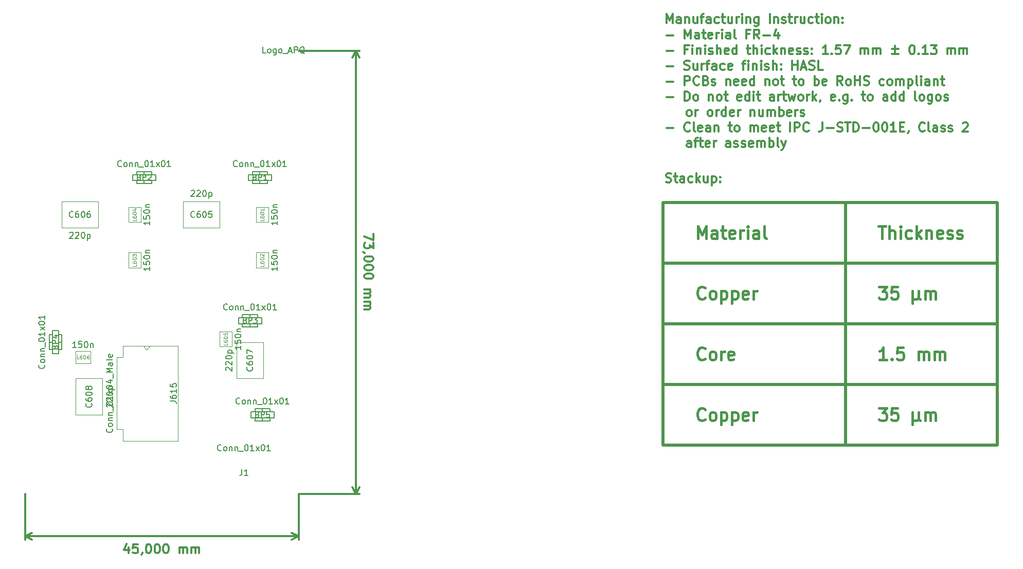
<source format=gbr>
G04 #@! TF.GenerationSoftware,KiCad,Pcbnew,5.1.10*
G04 #@! TF.CreationDate,2021-07-03T00:07:38+02:00*
G04 #@! TF.ProjectId,main,6d61696e-2e6b-4696-9361-645f70636258,v1.10*
G04 #@! TF.SameCoordinates,Original*
G04 #@! TF.FileFunction,Other,Fab,Top*
%FSLAX46Y46*%
G04 Gerber Fmt 4.6, Leading zero omitted, Abs format (unit mm)*
G04 Created by KiCad (PCBNEW 5.1.10) date 2021-07-03 00:07:38*
%MOMM*%
%LPD*%
G01*
G04 APERTURE LIST*
%ADD10C,0.300000*%
%ADD11C,0.500000*%
%ADD12C,0.400000*%
%ADD13C,0.150000*%
%ADD14C,0.100000*%
%ADD15C,0.135000*%
%ADD16C,0.090000*%
G04 APERTURE END LIST*
D10*
X190480714Y-71607142D02*
X190695000Y-71678571D01*
X191052142Y-71678571D01*
X191195000Y-71607142D01*
X191266428Y-71535714D01*
X191337857Y-71392857D01*
X191337857Y-71250000D01*
X191266428Y-71107142D01*
X191195000Y-71035714D01*
X191052142Y-70964285D01*
X190766428Y-70892857D01*
X190623571Y-70821428D01*
X190552142Y-70750000D01*
X190480714Y-70607142D01*
X190480714Y-70464285D01*
X190552142Y-70321428D01*
X190623571Y-70250000D01*
X190766428Y-70178571D01*
X191123571Y-70178571D01*
X191337857Y-70250000D01*
X191766428Y-70678571D02*
X192337857Y-70678571D01*
X191980714Y-70178571D02*
X191980714Y-71464285D01*
X192052142Y-71607142D01*
X192195000Y-71678571D01*
X192337857Y-71678571D01*
X193480714Y-71678571D02*
X193480714Y-70892857D01*
X193409285Y-70750000D01*
X193266428Y-70678571D01*
X192980714Y-70678571D01*
X192837857Y-70750000D01*
X193480714Y-71607142D02*
X193337857Y-71678571D01*
X192980714Y-71678571D01*
X192837857Y-71607142D01*
X192766428Y-71464285D01*
X192766428Y-71321428D01*
X192837857Y-71178571D01*
X192980714Y-71107142D01*
X193337857Y-71107142D01*
X193480714Y-71035714D01*
X194837857Y-71607142D02*
X194695000Y-71678571D01*
X194409285Y-71678571D01*
X194266428Y-71607142D01*
X194195000Y-71535714D01*
X194123571Y-71392857D01*
X194123571Y-70964285D01*
X194195000Y-70821428D01*
X194266428Y-70750000D01*
X194409285Y-70678571D01*
X194695000Y-70678571D01*
X194837857Y-70750000D01*
X195480714Y-71678571D02*
X195480714Y-70178571D01*
X195623571Y-71107142D02*
X196052142Y-71678571D01*
X196052142Y-70678571D02*
X195480714Y-71250000D01*
X197337857Y-70678571D02*
X197337857Y-71678571D01*
X196695000Y-70678571D02*
X196695000Y-71464285D01*
X196766428Y-71607142D01*
X196909285Y-71678571D01*
X197123571Y-71678571D01*
X197266428Y-71607142D01*
X197337857Y-71535714D01*
X198052142Y-70678571D02*
X198052142Y-72178571D01*
X198052142Y-70750000D02*
X198195000Y-70678571D01*
X198480714Y-70678571D01*
X198623571Y-70750000D01*
X198695000Y-70821428D01*
X198766428Y-70964285D01*
X198766428Y-71392857D01*
X198695000Y-71535714D01*
X198623571Y-71607142D01*
X198480714Y-71678571D01*
X198195000Y-71678571D01*
X198052142Y-71607142D01*
X199409285Y-71535714D02*
X199480714Y-71607142D01*
X199409285Y-71678571D01*
X199337857Y-71607142D01*
X199409285Y-71535714D01*
X199409285Y-71678571D01*
X199409285Y-70750000D02*
X199480714Y-70821428D01*
X199409285Y-70892857D01*
X199337857Y-70821428D01*
X199409285Y-70750000D01*
X199409285Y-70892857D01*
D11*
X190000000Y-75000000D02*
X190000000Y-115000000D01*
X190000000Y-95000000D02*
X245000000Y-95000000D01*
X220000000Y-75000000D02*
X220000000Y-115000000D01*
D12*
X226783809Y-100904761D02*
X225640952Y-100904761D01*
X226212380Y-100904761D02*
X226212380Y-98904761D01*
X226021904Y-99190476D01*
X225831428Y-99380952D01*
X225640952Y-99476190D01*
X227640952Y-100714285D02*
X227736190Y-100809523D01*
X227640952Y-100904761D01*
X227545714Y-100809523D01*
X227640952Y-100714285D01*
X227640952Y-100904761D01*
X229545714Y-98904761D02*
X228593333Y-98904761D01*
X228498095Y-99857142D01*
X228593333Y-99761904D01*
X228783809Y-99666666D01*
X229260000Y-99666666D01*
X229450476Y-99761904D01*
X229545714Y-99857142D01*
X229640952Y-100047619D01*
X229640952Y-100523809D01*
X229545714Y-100714285D01*
X229450476Y-100809523D01*
X229260000Y-100904761D01*
X228783809Y-100904761D01*
X228593333Y-100809523D01*
X228498095Y-100714285D01*
X232021904Y-100904761D02*
X232021904Y-99571428D01*
X232021904Y-99761904D02*
X232117142Y-99666666D01*
X232307619Y-99571428D01*
X232593333Y-99571428D01*
X232783809Y-99666666D01*
X232879047Y-99857142D01*
X232879047Y-100904761D01*
X232879047Y-99857142D02*
X232974285Y-99666666D01*
X233164761Y-99571428D01*
X233450476Y-99571428D01*
X233640952Y-99666666D01*
X233736190Y-99857142D01*
X233736190Y-100904761D01*
X234688571Y-100904761D02*
X234688571Y-99571428D01*
X234688571Y-99761904D02*
X234783809Y-99666666D01*
X234974285Y-99571428D01*
X235260000Y-99571428D01*
X235450476Y-99666666D01*
X235545714Y-99857142D01*
X235545714Y-100904761D01*
X235545714Y-99857142D02*
X235640952Y-99666666D01*
X235831428Y-99571428D01*
X236117142Y-99571428D01*
X236307619Y-99666666D01*
X236402857Y-99857142D01*
X236402857Y-100904761D01*
X225545714Y-108904761D02*
X226783809Y-108904761D01*
X226117142Y-109666666D01*
X226402857Y-109666666D01*
X226593333Y-109761904D01*
X226688571Y-109857142D01*
X226783809Y-110047619D01*
X226783809Y-110523809D01*
X226688571Y-110714285D01*
X226593333Y-110809523D01*
X226402857Y-110904761D01*
X225831428Y-110904761D01*
X225640952Y-110809523D01*
X225545714Y-110714285D01*
X228593333Y-108904761D02*
X227640952Y-108904761D01*
X227545714Y-109857142D01*
X227640952Y-109761904D01*
X227831428Y-109666666D01*
X228307619Y-109666666D01*
X228498095Y-109761904D01*
X228593333Y-109857142D01*
X228688571Y-110047619D01*
X228688571Y-110523809D01*
X228593333Y-110714285D01*
X228498095Y-110809523D01*
X228307619Y-110904761D01*
X227831428Y-110904761D01*
X227640952Y-110809523D01*
X227545714Y-110714285D01*
X231069523Y-109571428D02*
X231069523Y-111571428D01*
X232021904Y-110619047D02*
X232117142Y-110809523D01*
X232307619Y-110904761D01*
X231069523Y-110619047D02*
X231164761Y-110809523D01*
X231355238Y-110904761D01*
X231736190Y-110904761D01*
X231926666Y-110809523D01*
X232021904Y-110619047D01*
X232021904Y-109571428D01*
X233164761Y-110904761D02*
X233164761Y-109571428D01*
X233164761Y-109761904D02*
X233260000Y-109666666D01*
X233450476Y-109571428D01*
X233736190Y-109571428D01*
X233926666Y-109666666D01*
X234021904Y-109857142D01*
X234021904Y-110904761D01*
X234021904Y-109857142D02*
X234117142Y-109666666D01*
X234307619Y-109571428D01*
X234593333Y-109571428D01*
X234783809Y-109666666D01*
X234879047Y-109857142D01*
X234879047Y-110904761D01*
X225545714Y-88904761D02*
X226783809Y-88904761D01*
X226117142Y-89666666D01*
X226402857Y-89666666D01*
X226593333Y-89761904D01*
X226688571Y-89857142D01*
X226783809Y-90047619D01*
X226783809Y-90523809D01*
X226688571Y-90714285D01*
X226593333Y-90809523D01*
X226402857Y-90904761D01*
X225831428Y-90904761D01*
X225640952Y-90809523D01*
X225545714Y-90714285D01*
X228593333Y-88904761D02*
X227640952Y-88904761D01*
X227545714Y-89857142D01*
X227640952Y-89761904D01*
X227831428Y-89666666D01*
X228307619Y-89666666D01*
X228498095Y-89761904D01*
X228593333Y-89857142D01*
X228688571Y-90047619D01*
X228688571Y-90523809D01*
X228593333Y-90714285D01*
X228498095Y-90809523D01*
X228307619Y-90904761D01*
X227831428Y-90904761D01*
X227640952Y-90809523D01*
X227545714Y-90714285D01*
X231069523Y-89571428D02*
X231069523Y-91571428D01*
X232021904Y-90619047D02*
X232117142Y-90809523D01*
X232307619Y-90904761D01*
X231069523Y-90619047D02*
X231164761Y-90809523D01*
X231355238Y-90904761D01*
X231736190Y-90904761D01*
X231926666Y-90809523D01*
X232021904Y-90619047D01*
X232021904Y-89571428D01*
X233164761Y-90904761D02*
X233164761Y-89571428D01*
X233164761Y-89761904D02*
X233260000Y-89666666D01*
X233450476Y-89571428D01*
X233736190Y-89571428D01*
X233926666Y-89666666D01*
X234021904Y-89857142D01*
X234021904Y-90904761D01*
X234021904Y-89857142D02*
X234117142Y-89666666D01*
X234307619Y-89571428D01*
X234593333Y-89571428D01*
X234783809Y-89666666D01*
X234879047Y-89857142D01*
X234879047Y-90904761D01*
X225450476Y-78904761D02*
X226593333Y-78904761D01*
X226021904Y-80904761D02*
X226021904Y-78904761D01*
X227260000Y-80904761D02*
X227260000Y-78904761D01*
X228117142Y-80904761D02*
X228117142Y-79857142D01*
X228021904Y-79666666D01*
X227831428Y-79571428D01*
X227545714Y-79571428D01*
X227355238Y-79666666D01*
X227260000Y-79761904D01*
X229069523Y-80904761D02*
X229069523Y-79571428D01*
X229069523Y-78904761D02*
X228974285Y-79000000D01*
X229069523Y-79095238D01*
X229164761Y-79000000D01*
X229069523Y-78904761D01*
X229069523Y-79095238D01*
X230879047Y-80809523D02*
X230688571Y-80904761D01*
X230307619Y-80904761D01*
X230117142Y-80809523D01*
X230021904Y-80714285D01*
X229926666Y-80523809D01*
X229926666Y-79952380D01*
X230021904Y-79761904D01*
X230117142Y-79666666D01*
X230307619Y-79571428D01*
X230688571Y-79571428D01*
X230879047Y-79666666D01*
X231736190Y-80904761D02*
X231736190Y-78904761D01*
X231926666Y-80142857D02*
X232498095Y-80904761D01*
X232498095Y-79571428D02*
X231736190Y-80333333D01*
X233355238Y-79571428D02*
X233355238Y-80904761D01*
X233355238Y-79761904D02*
X233450476Y-79666666D01*
X233640952Y-79571428D01*
X233926666Y-79571428D01*
X234117142Y-79666666D01*
X234212380Y-79857142D01*
X234212380Y-80904761D01*
X235926666Y-80809523D02*
X235736190Y-80904761D01*
X235355238Y-80904761D01*
X235164761Y-80809523D01*
X235069523Y-80619047D01*
X235069523Y-79857142D01*
X235164761Y-79666666D01*
X235355238Y-79571428D01*
X235736190Y-79571428D01*
X235926666Y-79666666D01*
X236021904Y-79857142D01*
X236021904Y-80047619D01*
X235069523Y-80238095D01*
X236783809Y-80809523D02*
X236974285Y-80904761D01*
X237355238Y-80904761D01*
X237545714Y-80809523D01*
X237640952Y-80619047D01*
X237640952Y-80523809D01*
X237545714Y-80333333D01*
X237355238Y-80238095D01*
X237069523Y-80238095D01*
X236879047Y-80142857D01*
X236783809Y-79952380D01*
X236783809Y-79857142D01*
X236879047Y-79666666D01*
X237069523Y-79571428D01*
X237355238Y-79571428D01*
X237545714Y-79666666D01*
X238402857Y-80809523D02*
X238593333Y-80904761D01*
X238974285Y-80904761D01*
X239164761Y-80809523D01*
X239260000Y-80619047D01*
X239260000Y-80523809D01*
X239164761Y-80333333D01*
X238974285Y-80238095D01*
X238688571Y-80238095D01*
X238498095Y-80142857D01*
X238402857Y-79952380D01*
X238402857Y-79857142D01*
X238498095Y-79666666D01*
X238688571Y-79571428D01*
X238974285Y-79571428D01*
X239164761Y-79666666D01*
D11*
X190000000Y-75000000D02*
X245000000Y-75000000D01*
D12*
X195736190Y-80904761D02*
X195736190Y-78904761D01*
X196402857Y-80333333D01*
X197069523Y-78904761D01*
X197069523Y-80904761D01*
X198879047Y-80904761D02*
X198879047Y-79857142D01*
X198783809Y-79666666D01*
X198593333Y-79571428D01*
X198212380Y-79571428D01*
X198021904Y-79666666D01*
X198879047Y-80809523D02*
X198688571Y-80904761D01*
X198212380Y-80904761D01*
X198021904Y-80809523D01*
X197926666Y-80619047D01*
X197926666Y-80428571D01*
X198021904Y-80238095D01*
X198212380Y-80142857D01*
X198688571Y-80142857D01*
X198879047Y-80047619D01*
X199545714Y-79571428D02*
X200307619Y-79571428D01*
X199831428Y-78904761D02*
X199831428Y-80619047D01*
X199926666Y-80809523D01*
X200117142Y-80904761D01*
X200307619Y-80904761D01*
X201736190Y-80809523D02*
X201545714Y-80904761D01*
X201164761Y-80904761D01*
X200974285Y-80809523D01*
X200879047Y-80619047D01*
X200879047Y-79857142D01*
X200974285Y-79666666D01*
X201164761Y-79571428D01*
X201545714Y-79571428D01*
X201736190Y-79666666D01*
X201831428Y-79857142D01*
X201831428Y-80047619D01*
X200879047Y-80238095D01*
X202688571Y-80904761D02*
X202688571Y-79571428D01*
X202688571Y-79952380D02*
X202783809Y-79761904D01*
X202879047Y-79666666D01*
X203069523Y-79571428D01*
X203260000Y-79571428D01*
X203926666Y-80904761D02*
X203926666Y-79571428D01*
X203926666Y-78904761D02*
X203831428Y-79000000D01*
X203926666Y-79095238D01*
X204021904Y-79000000D01*
X203926666Y-78904761D01*
X203926666Y-79095238D01*
X205736190Y-80904761D02*
X205736190Y-79857142D01*
X205640952Y-79666666D01*
X205450476Y-79571428D01*
X205069523Y-79571428D01*
X204879047Y-79666666D01*
X205736190Y-80809523D02*
X205545714Y-80904761D01*
X205069523Y-80904761D01*
X204879047Y-80809523D01*
X204783809Y-80619047D01*
X204783809Y-80428571D01*
X204879047Y-80238095D01*
X205069523Y-80142857D01*
X205545714Y-80142857D01*
X205736190Y-80047619D01*
X206974285Y-80904761D02*
X206783809Y-80809523D01*
X206688571Y-80619047D01*
X206688571Y-78904761D01*
X196879047Y-110714285D02*
X196783809Y-110809523D01*
X196498095Y-110904761D01*
X196307619Y-110904761D01*
X196021904Y-110809523D01*
X195831428Y-110619047D01*
X195736190Y-110428571D01*
X195640952Y-110047619D01*
X195640952Y-109761904D01*
X195736190Y-109380952D01*
X195831428Y-109190476D01*
X196021904Y-109000000D01*
X196307619Y-108904761D01*
X196498095Y-108904761D01*
X196783809Y-109000000D01*
X196879047Y-109095238D01*
X198021904Y-110904761D02*
X197831428Y-110809523D01*
X197736190Y-110714285D01*
X197640952Y-110523809D01*
X197640952Y-109952380D01*
X197736190Y-109761904D01*
X197831428Y-109666666D01*
X198021904Y-109571428D01*
X198307619Y-109571428D01*
X198498095Y-109666666D01*
X198593333Y-109761904D01*
X198688571Y-109952380D01*
X198688571Y-110523809D01*
X198593333Y-110714285D01*
X198498095Y-110809523D01*
X198307619Y-110904761D01*
X198021904Y-110904761D01*
X199545714Y-109571428D02*
X199545714Y-111571428D01*
X199545714Y-109666666D02*
X199736190Y-109571428D01*
X200117142Y-109571428D01*
X200307619Y-109666666D01*
X200402857Y-109761904D01*
X200498095Y-109952380D01*
X200498095Y-110523809D01*
X200402857Y-110714285D01*
X200307619Y-110809523D01*
X200117142Y-110904761D01*
X199736190Y-110904761D01*
X199545714Y-110809523D01*
X201355238Y-109571428D02*
X201355238Y-111571428D01*
X201355238Y-109666666D02*
X201545714Y-109571428D01*
X201926666Y-109571428D01*
X202117142Y-109666666D01*
X202212380Y-109761904D01*
X202307619Y-109952380D01*
X202307619Y-110523809D01*
X202212380Y-110714285D01*
X202117142Y-110809523D01*
X201926666Y-110904761D01*
X201545714Y-110904761D01*
X201355238Y-110809523D01*
X203926666Y-110809523D02*
X203736190Y-110904761D01*
X203355238Y-110904761D01*
X203164761Y-110809523D01*
X203069523Y-110619047D01*
X203069523Y-109857142D01*
X203164761Y-109666666D01*
X203355238Y-109571428D01*
X203736190Y-109571428D01*
X203926666Y-109666666D01*
X204021904Y-109857142D01*
X204021904Y-110047619D01*
X203069523Y-110238095D01*
X204879047Y-110904761D02*
X204879047Y-109571428D01*
X204879047Y-109952380D02*
X204974285Y-109761904D01*
X205069523Y-109666666D01*
X205260000Y-109571428D01*
X205450476Y-109571428D01*
X196879047Y-100714285D02*
X196783809Y-100809523D01*
X196498095Y-100904761D01*
X196307619Y-100904761D01*
X196021904Y-100809523D01*
X195831428Y-100619047D01*
X195736190Y-100428571D01*
X195640952Y-100047619D01*
X195640952Y-99761904D01*
X195736190Y-99380952D01*
X195831428Y-99190476D01*
X196021904Y-99000000D01*
X196307619Y-98904761D01*
X196498095Y-98904761D01*
X196783809Y-99000000D01*
X196879047Y-99095238D01*
X198021904Y-100904761D02*
X197831428Y-100809523D01*
X197736190Y-100714285D01*
X197640952Y-100523809D01*
X197640952Y-99952380D01*
X197736190Y-99761904D01*
X197831428Y-99666666D01*
X198021904Y-99571428D01*
X198307619Y-99571428D01*
X198498095Y-99666666D01*
X198593333Y-99761904D01*
X198688571Y-99952380D01*
X198688571Y-100523809D01*
X198593333Y-100714285D01*
X198498095Y-100809523D01*
X198307619Y-100904761D01*
X198021904Y-100904761D01*
X199545714Y-100904761D02*
X199545714Y-99571428D01*
X199545714Y-99952380D02*
X199640952Y-99761904D01*
X199736190Y-99666666D01*
X199926666Y-99571428D01*
X200117142Y-99571428D01*
X201545714Y-100809523D02*
X201355238Y-100904761D01*
X200974285Y-100904761D01*
X200783809Y-100809523D01*
X200688571Y-100619047D01*
X200688571Y-99857142D01*
X200783809Y-99666666D01*
X200974285Y-99571428D01*
X201355238Y-99571428D01*
X201545714Y-99666666D01*
X201640952Y-99857142D01*
X201640952Y-100047619D01*
X200688571Y-100238095D01*
D11*
X190000000Y-115000000D02*
X245000000Y-115000000D01*
X190000000Y-105000000D02*
X245000000Y-105000000D01*
D12*
X196879047Y-90714285D02*
X196783809Y-90809523D01*
X196498095Y-90904761D01*
X196307619Y-90904761D01*
X196021904Y-90809523D01*
X195831428Y-90619047D01*
X195736190Y-90428571D01*
X195640952Y-90047619D01*
X195640952Y-89761904D01*
X195736190Y-89380952D01*
X195831428Y-89190476D01*
X196021904Y-89000000D01*
X196307619Y-88904761D01*
X196498095Y-88904761D01*
X196783809Y-89000000D01*
X196879047Y-89095238D01*
X198021904Y-90904761D02*
X197831428Y-90809523D01*
X197736190Y-90714285D01*
X197640952Y-90523809D01*
X197640952Y-89952380D01*
X197736190Y-89761904D01*
X197831428Y-89666666D01*
X198021904Y-89571428D01*
X198307619Y-89571428D01*
X198498095Y-89666666D01*
X198593333Y-89761904D01*
X198688571Y-89952380D01*
X198688571Y-90523809D01*
X198593333Y-90714285D01*
X198498095Y-90809523D01*
X198307619Y-90904761D01*
X198021904Y-90904761D01*
X199545714Y-89571428D02*
X199545714Y-91571428D01*
X199545714Y-89666666D02*
X199736190Y-89571428D01*
X200117142Y-89571428D01*
X200307619Y-89666666D01*
X200402857Y-89761904D01*
X200498095Y-89952380D01*
X200498095Y-90523809D01*
X200402857Y-90714285D01*
X200307619Y-90809523D01*
X200117142Y-90904761D01*
X199736190Y-90904761D01*
X199545714Y-90809523D01*
X201355238Y-89571428D02*
X201355238Y-91571428D01*
X201355238Y-89666666D02*
X201545714Y-89571428D01*
X201926666Y-89571428D01*
X202117142Y-89666666D01*
X202212380Y-89761904D01*
X202307619Y-89952380D01*
X202307619Y-90523809D01*
X202212380Y-90714285D01*
X202117142Y-90809523D01*
X201926666Y-90904761D01*
X201545714Y-90904761D01*
X201355238Y-90809523D01*
X203926666Y-90809523D02*
X203736190Y-90904761D01*
X203355238Y-90904761D01*
X203164761Y-90809523D01*
X203069523Y-90619047D01*
X203069523Y-89857142D01*
X203164761Y-89666666D01*
X203355238Y-89571428D01*
X203736190Y-89571428D01*
X203926666Y-89666666D01*
X204021904Y-89857142D01*
X204021904Y-90047619D01*
X203069523Y-90238095D01*
X204879047Y-90904761D02*
X204879047Y-89571428D01*
X204879047Y-89952380D02*
X204974285Y-89761904D01*
X205069523Y-89666666D01*
X205260000Y-89571428D01*
X205450476Y-89571428D01*
D11*
X245000000Y-75000000D02*
X245000000Y-115000000D01*
X190000000Y-85000000D02*
X245000000Y-85000000D01*
D10*
X190552142Y-45478571D02*
X190552142Y-43978571D01*
X191052142Y-45050000D01*
X191552142Y-43978571D01*
X191552142Y-45478571D01*
X192909285Y-45478571D02*
X192909285Y-44692857D01*
X192837857Y-44550000D01*
X192695000Y-44478571D01*
X192409285Y-44478571D01*
X192266428Y-44550000D01*
X192909285Y-45407142D02*
X192766428Y-45478571D01*
X192409285Y-45478571D01*
X192266428Y-45407142D01*
X192195000Y-45264285D01*
X192195000Y-45121428D01*
X192266428Y-44978571D01*
X192409285Y-44907142D01*
X192766428Y-44907142D01*
X192909285Y-44835714D01*
X193623571Y-44478571D02*
X193623571Y-45478571D01*
X193623571Y-44621428D02*
X193695000Y-44550000D01*
X193837857Y-44478571D01*
X194052142Y-44478571D01*
X194195000Y-44550000D01*
X194266428Y-44692857D01*
X194266428Y-45478571D01*
X195623571Y-44478571D02*
X195623571Y-45478571D01*
X194980714Y-44478571D02*
X194980714Y-45264285D01*
X195052142Y-45407142D01*
X195195000Y-45478571D01*
X195409285Y-45478571D01*
X195552142Y-45407142D01*
X195623571Y-45335714D01*
X196123571Y-44478571D02*
X196695000Y-44478571D01*
X196337857Y-45478571D02*
X196337857Y-44192857D01*
X196409285Y-44050000D01*
X196552142Y-43978571D01*
X196695000Y-43978571D01*
X197837857Y-45478571D02*
X197837857Y-44692857D01*
X197766428Y-44550000D01*
X197623571Y-44478571D01*
X197337857Y-44478571D01*
X197195000Y-44550000D01*
X197837857Y-45407142D02*
X197695000Y-45478571D01*
X197337857Y-45478571D01*
X197195000Y-45407142D01*
X197123571Y-45264285D01*
X197123571Y-45121428D01*
X197195000Y-44978571D01*
X197337857Y-44907142D01*
X197695000Y-44907142D01*
X197837857Y-44835714D01*
X199195000Y-45407142D02*
X199052142Y-45478571D01*
X198766428Y-45478571D01*
X198623571Y-45407142D01*
X198552142Y-45335714D01*
X198480714Y-45192857D01*
X198480714Y-44764285D01*
X198552142Y-44621428D01*
X198623571Y-44550000D01*
X198766428Y-44478571D01*
X199052142Y-44478571D01*
X199195000Y-44550000D01*
X199623571Y-44478571D02*
X200195000Y-44478571D01*
X199837857Y-43978571D02*
X199837857Y-45264285D01*
X199909285Y-45407142D01*
X200052142Y-45478571D01*
X200195000Y-45478571D01*
X201337857Y-44478571D02*
X201337857Y-45478571D01*
X200695000Y-44478571D02*
X200695000Y-45264285D01*
X200766428Y-45407142D01*
X200909285Y-45478571D01*
X201123571Y-45478571D01*
X201266428Y-45407142D01*
X201337857Y-45335714D01*
X202052142Y-45478571D02*
X202052142Y-44478571D01*
X202052142Y-44764285D02*
X202123571Y-44621428D01*
X202195000Y-44550000D01*
X202337857Y-44478571D01*
X202480714Y-44478571D01*
X202980714Y-45478571D02*
X202980714Y-44478571D01*
X202980714Y-43978571D02*
X202909285Y-44050000D01*
X202980714Y-44121428D01*
X203052142Y-44050000D01*
X202980714Y-43978571D01*
X202980714Y-44121428D01*
X203695000Y-44478571D02*
X203695000Y-45478571D01*
X203695000Y-44621428D02*
X203766428Y-44550000D01*
X203909285Y-44478571D01*
X204123571Y-44478571D01*
X204266428Y-44550000D01*
X204337857Y-44692857D01*
X204337857Y-45478571D01*
X205695000Y-44478571D02*
X205695000Y-45692857D01*
X205623571Y-45835714D01*
X205552142Y-45907142D01*
X205409285Y-45978571D01*
X205195000Y-45978571D01*
X205052142Y-45907142D01*
X205695000Y-45407142D02*
X205552142Y-45478571D01*
X205266428Y-45478571D01*
X205123571Y-45407142D01*
X205052142Y-45335714D01*
X204980714Y-45192857D01*
X204980714Y-44764285D01*
X205052142Y-44621428D01*
X205123571Y-44550000D01*
X205266428Y-44478571D01*
X205552142Y-44478571D01*
X205695000Y-44550000D01*
X207552142Y-45478571D02*
X207552142Y-43978571D01*
X208266428Y-44478571D02*
X208266428Y-45478571D01*
X208266428Y-44621428D02*
X208337857Y-44550000D01*
X208480714Y-44478571D01*
X208695000Y-44478571D01*
X208837857Y-44550000D01*
X208909285Y-44692857D01*
X208909285Y-45478571D01*
X209552142Y-45407142D02*
X209695000Y-45478571D01*
X209980714Y-45478571D01*
X210123571Y-45407142D01*
X210195000Y-45264285D01*
X210195000Y-45192857D01*
X210123571Y-45050000D01*
X209980714Y-44978571D01*
X209766428Y-44978571D01*
X209623571Y-44907142D01*
X209552142Y-44764285D01*
X209552142Y-44692857D01*
X209623571Y-44550000D01*
X209766428Y-44478571D01*
X209980714Y-44478571D01*
X210123571Y-44550000D01*
X210623571Y-44478571D02*
X211195000Y-44478571D01*
X210837857Y-43978571D02*
X210837857Y-45264285D01*
X210909285Y-45407142D01*
X211052142Y-45478571D01*
X211195000Y-45478571D01*
X211695000Y-45478571D02*
X211695000Y-44478571D01*
X211695000Y-44764285D02*
X211766428Y-44621428D01*
X211837857Y-44550000D01*
X211980714Y-44478571D01*
X212123571Y-44478571D01*
X213266428Y-44478571D02*
X213266428Y-45478571D01*
X212623571Y-44478571D02*
X212623571Y-45264285D01*
X212695000Y-45407142D01*
X212837857Y-45478571D01*
X213052142Y-45478571D01*
X213195000Y-45407142D01*
X213266428Y-45335714D01*
X214623571Y-45407142D02*
X214480714Y-45478571D01*
X214195000Y-45478571D01*
X214052142Y-45407142D01*
X213980714Y-45335714D01*
X213909285Y-45192857D01*
X213909285Y-44764285D01*
X213980714Y-44621428D01*
X214052142Y-44550000D01*
X214195000Y-44478571D01*
X214480714Y-44478571D01*
X214623571Y-44550000D01*
X215052142Y-44478571D02*
X215623571Y-44478571D01*
X215266428Y-43978571D02*
X215266428Y-45264285D01*
X215337857Y-45407142D01*
X215480714Y-45478571D01*
X215623571Y-45478571D01*
X216123571Y-45478571D02*
X216123571Y-44478571D01*
X216123571Y-43978571D02*
X216052142Y-44050000D01*
X216123571Y-44121428D01*
X216195000Y-44050000D01*
X216123571Y-43978571D01*
X216123571Y-44121428D01*
X217052142Y-45478571D02*
X216909285Y-45407142D01*
X216837857Y-45335714D01*
X216766428Y-45192857D01*
X216766428Y-44764285D01*
X216837857Y-44621428D01*
X216909285Y-44550000D01*
X217052142Y-44478571D01*
X217266428Y-44478571D01*
X217409285Y-44550000D01*
X217480714Y-44621428D01*
X217552142Y-44764285D01*
X217552142Y-45192857D01*
X217480714Y-45335714D01*
X217409285Y-45407142D01*
X217266428Y-45478571D01*
X217052142Y-45478571D01*
X218195000Y-44478571D02*
X218195000Y-45478571D01*
X218195000Y-44621428D02*
X218266428Y-44550000D01*
X218409285Y-44478571D01*
X218623571Y-44478571D01*
X218766428Y-44550000D01*
X218837857Y-44692857D01*
X218837857Y-45478571D01*
X219552142Y-45335714D02*
X219623571Y-45407142D01*
X219552142Y-45478571D01*
X219480714Y-45407142D01*
X219552142Y-45335714D01*
X219552142Y-45478571D01*
X219552142Y-44550000D02*
X219623571Y-44621428D01*
X219552142Y-44692857D01*
X219480714Y-44621428D01*
X219552142Y-44550000D01*
X219552142Y-44692857D01*
X190552142Y-47457142D02*
X191695000Y-47457142D01*
X193552142Y-48028571D02*
X193552142Y-46528571D01*
X194052142Y-47600000D01*
X194552142Y-46528571D01*
X194552142Y-48028571D01*
X195909285Y-48028571D02*
X195909285Y-47242857D01*
X195837857Y-47100000D01*
X195695000Y-47028571D01*
X195409285Y-47028571D01*
X195266428Y-47100000D01*
X195909285Y-47957142D02*
X195766428Y-48028571D01*
X195409285Y-48028571D01*
X195266428Y-47957142D01*
X195195000Y-47814285D01*
X195195000Y-47671428D01*
X195266428Y-47528571D01*
X195409285Y-47457142D01*
X195766428Y-47457142D01*
X195909285Y-47385714D01*
X196409285Y-47028571D02*
X196980714Y-47028571D01*
X196623571Y-46528571D02*
X196623571Y-47814285D01*
X196695000Y-47957142D01*
X196837857Y-48028571D01*
X196980714Y-48028571D01*
X198052142Y-47957142D02*
X197909285Y-48028571D01*
X197623571Y-48028571D01*
X197480714Y-47957142D01*
X197409285Y-47814285D01*
X197409285Y-47242857D01*
X197480714Y-47100000D01*
X197623571Y-47028571D01*
X197909285Y-47028571D01*
X198052142Y-47100000D01*
X198123571Y-47242857D01*
X198123571Y-47385714D01*
X197409285Y-47528571D01*
X198766428Y-48028571D02*
X198766428Y-47028571D01*
X198766428Y-47314285D02*
X198837857Y-47171428D01*
X198909285Y-47100000D01*
X199052142Y-47028571D01*
X199195000Y-47028571D01*
X199695000Y-48028571D02*
X199695000Y-47028571D01*
X199695000Y-46528571D02*
X199623571Y-46600000D01*
X199695000Y-46671428D01*
X199766428Y-46600000D01*
X199695000Y-46528571D01*
X199695000Y-46671428D01*
X201052142Y-48028571D02*
X201052142Y-47242857D01*
X200980714Y-47100000D01*
X200837857Y-47028571D01*
X200552142Y-47028571D01*
X200409285Y-47100000D01*
X201052142Y-47957142D02*
X200909285Y-48028571D01*
X200552142Y-48028571D01*
X200409285Y-47957142D01*
X200337857Y-47814285D01*
X200337857Y-47671428D01*
X200409285Y-47528571D01*
X200552142Y-47457142D01*
X200909285Y-47457142D01*
X201052142Y-47385714D01*
X201980714Y-48028571D02*
X201837857Y-47957142D01*
X201766428Y-47814285D01*
X201766428Y-46528571D01*
X204195000Y-47242857D02*
X203695000Y-47242857D01*
X203695000Y-48028571D02*
X203695000Y-46528571D01*
X204409285Y-46528571D01*
X205837857Y-48028571D02*
X205337857Y-47314285D01*
X204980714Y-48028571D02*
X204980714Y-46528571D01*
X205552142Y-46528571D01*
X205695000Y-46600000D01*
X205766428Y-46671428D01*
X205837857Y-46814285D01*
X205837857Y-47028571D01*
X205766428Y-47171428D01*
X205695000Y-47242857D01*
X205552142Y-47314285D01*
X204980714Y-47314285D01*
X206480714Y-47457142D02*
X207623571Y-47457142D01*
X208980714Y-47028571D02*
X208980714Y-48028571D01*
X208623571Y-46457142D02*
X208266428Y-47528571D01*
X209195000Y-47528571D01*
X190552142Y-50007142D02*
X191695000Y-50007142D01*
X194052142Y-49792857D02*
X193552142Y-49792857D01*
X193552142Y-50578571D02*
X193552142Y-49078571D01*
X194266428Y-49078571D01*
X194837857Y-50578571D02*
X194837857Y-49578571D01*
X194837857Y-49078571D02*
X194766428Y-49150000D01*
X194837857Y-49221428D01*
X194909285Y-49150000D01*
X194837857Y-49078571D01*
X194837857Y-49221428D01*
X195552142Y-49578571D02*
X195552142Y-50578571D01*
X195552142Y-49721428D02*
X195623571Y-49650000D01*
X195766428Y-49578571D01*
X195980714Y-49578571D01*
X196123571Y-49650000D01*
X196195000Y-49792857D01*
X196195000Y-50578571D01*
X196909285Y-50578571D02*
X196909285Y-49578571D01*
X196909285Y-49078571D02*
X196837857Y-49150000D01*
X196909285Y-49221428D01*
X196980714Y-49150000D01*
X196909285Y-49078571D01*
X196909285Y-49221428D01*
X197552142Y-50507142D02*
X197695000Y-50578571D01*
X197980714Y-50578571D01*
X198123571Y-50507142D01*
X198195000Y-50364285D01*
X198195000Y-50292857D01*
X198123571Y-50150000D01*
X197980714Y-50078571D01*
X197766428Y-50078571D01*
X197623571Y-50007142D01*
X197552142Y-49864285D01*
X197552142Y-49792857D01*
X197623571Y-49650000D01*
X197766428Y-49578571D01*
X197980714Y-49578571D01*
X198123571Y-49650000D01*
X198837857Y-50578571D02*
X198837857Y-49078571D01*
X199480714Y-50578571D02*
X199480714Y-49792857D01*
X199409285Y-49650000D01*
X199266428Y-49578571D01*
X199052142Y-49578571D01*
X198909285Y-49650000D01*
X198837857Y-49721428D01*
X200766428Y-50507142D02*
X200623571Y-50578571D01*
X200337857Y-50578571D01*
X200195000Y-50507142D01*
X200123571Y-50364285D01*
X200123571Y-49792857D01*
X200195000Y-49650000D01*
X200337857Y-49578571D01*
X200623571Y-49578571D01*
X200766428Y-49650000D01*
X200837857Y-49792857D01*
X200837857Y-49935714D01*
X200123571Y-50078571D01*
X202123571Y-50578571D02*
X202123571Y-49078571D01*
X202123571Y-50507142D02*
X201980714Y-50578571D01*
X201695000Y-50578571D01*
X201552142Y-50507142D01*
X201480714Y-50435714D01*
X201409285Y-50292857D01*
X201409285Y-49864285D01*
X201480714Y-49721428D01*
X201552142Y-49650000D01*
X201695000Y-49578571D01*
X201980714Y-49578571D01*
X202123571Y-49650000D01*
X203766428Y-49578571D02*
X204337857Y-49578571D01*
X203980714Y-49078571D02*
X203980714Y-50364285D01*
X204052142Y-50507142D01*
X204195000Y-50578571D01*
X204337857Y-50578571D01*
X204837857Y-50578571D02*
X204837857Y-49078571D01*
X205480714Y-50578571D02*
X205480714Y-49792857D01*
X205409285Y-49650000D01*
X205266428Y-49578571D01*
X205052142Y-49578571D01*
X204909285Y-49650000D01*
X204837857Y-49721428D01*
X206195000Y-50578571D02*
X206195000Y-49578571D01*
X206195000Y-49078571D02*
X206123571Y-49150000D01*
X206195000Y-49221428D01*
X206266428Y-49150000D01*
X206195000Y-49078571D01*
X206195000Y-49221428D01*
X207552142Y-50507142D02*
X207409285Y-50578571D01*
X207123571Y-50578571D01*
X206980714Y-50507142D01*
X206909285Y-50435714D01*
X206837857Y-50292857D01*
X206837857Y-49864285D01*
X206909285Y-49721428D01*
X206980714Y-49650000D01*
X207123571Y-49578571D01*
X207409285Y-49578571D01*
X207552142Y-49650000D01*
X208195000Y-50578571D02*
X208195000Y-49078571D01*
X208337857Y-50007142D02*
X208766428Y-50578571D01*
X208766428Y-49578571D02*
X208195000Y-50150000D01*
X209409285Y-49578571D02*
X209409285Y-50578571D01*
X209409285Y-49721428D02*
X209480714Y-49650000D01*
X209623571Y-49578571D01*
X209837857Y-49578571D01*
X209980714Y-49650000D01*
X210052142Y-49792857D01*
X210052142Y-50578571D01*
X211337857Y-50507142D02*
X211195000Y-50578571D01*
X210909285Y-50578571D01*
X210766428Y-50507142D01*
X210695000Y-50364285D01*
X210695000Y-49792857D01*
X210766428Y-49650000D01*
X210909285Y-49578571D01*
X211195000Y-49578571D01*
X211337857Y-49650000D01*
X211409285Y-49792857D01*
X211409285Y-49935714D01*
X210695000Y-50078571D01*
X211980714Y-50507142D02*
X212123571Y-50578571D01*
X212409285Y-50578571D01*
X212552142Y-50507142D01*
X212623571Y-50364285D01*
X212623571Y-50292857D01*
X212552142Y-50150000D01*
X212409285Y-50078571D01*
X212195000Y-50078571D01*
X212052142Y-50007142D01*
X211980714Y-49864285D01*
X211980714Y-49792857D01*
X212052142Y-49650000D01*
X212195000Y-49578571D01*
X212409285Y-49578571D01*
X212552142Y-49650000D01*
X213195000Y-50507142D02*
X213337857Y-50578571D01*
X213623571Y-50578571D01*
X213766428Y-50507142D01*
X213837857Y-50364285D01*
X213837857Y-50292857D01*
X213766428Y-50150000D01*
X213623571Y-50078571D01*
X213409285Y-50078571D01*
X213266428Y-50007142D01*
X213195000Y-49864285D01*
X213195000Y-49792857D01*
X213266428Y-49650000D01*
X213409285Y-49578571D01*
X213623571Y-49578571D01*
X213766428Y-49650000D01*
X214480714Y-50435714D02*
X214552142Y-50507142D01*
X214480714Y-50578571D01*
X214409285Y-50507142D01*
X214480714Y-50435714D01*
X214480714Y-50578571D01*
X214480714Y-49650000D02*
X214552142Y-49721428D01*
X214480714Y-49792857D01*
X214409285Y-49721428D01*
X214480714Y-49650000D01*
X214480714Y-49792857D01*
X217123571Y-50578571D02*
X216266428Y-50578571D01*
X216695000Y-50578571D02*
X216695000Y-49078571D01*
X216552142Y-49292857D01*
X216409285Y-49435714D01*
X216266428Y-49507142D01*
X217766428Y-50435714D02*
X217837857Y-50507142D01*
X217766428Y-50578571D01*
X217695000Y-50507142D01*
X217766428Y-50435714D01*
X217766428Y-50578571D01*
X219195000Y-49078571D02*
X218480714Y-49078571D01*
X218409285Y-49792857D01*
X218480714Y-49721428D01*
X218623571Y-49650000D01*
X218980714Y-49650000D01*
X219123571Y-49721428D01*
X219195000Y-49792857D01*
X219266428Y-49935714D01*
X219266428Y-50292857D01*
X219195000Y-50435714D01*
X219123571Y-50507142D01*
X218980714Y-50578571D01*
X218623571Y-50578571D01*
X218480714Y-50507142D01*
X218409285Y-50435714D01*
X219766428Y-49078571D02*
X220766428Y-49078571D01*
X220123571Y-50578571D01*
X222480714Y-50578571D02*
X222480714Y-49578571D01*
X222480714Y-49721428D02*
X222552142Y-49650000D01*
X222695000Y-49578571D01*
X222909285Y-49578571D01*
X223052142Y-49650000D01*
X223123571Y-49792857D01*
X223123571Y-50578571D01*
X223123571Y-49792857D02*
X223195000Y-49650000D01*
X223337857Y-49578571D01*
X223552142Y-49578571D01*
X223695000Y-49650000D01*
X223766428Y-49792857D01*
X223766428Y-50578571D01*
X224480714Y-50578571D02*
X224480714Y-49578571D01*
X224480714Y-49721428D02*
X224552142Y-49650000D01*
X224695000Y-49578571D01*
X224909285Y-49578571D01*
X225052142Y-49650000D01*
X225123571Y-49792857D01*
X225123571Y-50578571D01*
X225123571Y-49792857D02*
X225195000Y-49650000D01*
X225337857Y-49578571D01*
X225552142Y-49578571D01*
X225695000Y-49650000D01*
X225766428Y-49792857D01*
X225766428Y-50578571D01*
X227623571Y-49721428D02*
X228766428Y-49721428D01*
X228195000Y-50292857D02*
X228195000Y-49150000D01*
X228766428Y-50578571D02*
X227623571Y-50578571D01*
X230909285Y-49078571D02*
X231052142Y-49078571D01*
X231195000Y-49150000D01*
X231266428Y-49221428D01*
X231337857Y-49364285D01*
X231409285Y-49650000D01*
X231409285Y-50007142D01*
X231337857Y-50292857D01*
X231266428Y-50435714D01*
X231195000Y-50507142D01*
X231052142Y-50578571D01*
X230909285Y-50578571D01*
X230766428Y-50507142D01*
X230695000Y-50435714D01*
X230623571Y-50292857D01*
X230552142Y-50007142D01*
X230552142Y-49650000D01*
X230623571Y-49364285D01*
X230695000Y-49221428D01*
X230766428Y-49150000D01*
X230909285Y-49078571D01*
X232052142Y-50435714D02*
X232123571Y-50507142D01*
X232052142Y-50578571D01*
X231980714Y-50507142D01*
X232052142Y-50435714D01*
X232052142Y-50578571D01*
X233552142Y-50578571D02*
X232695000Y-50578571D01*
X233123571Y-50578571D02*
X233123571Y-49078571D01*
X232980714Y-49292857D01*
X232837857Y-49435714D01*
X232695000Y-49507142D01*
X234052142Y-49078571D02*
X234980714Y-49078571D01*
X234480714Y-49650000D01*
X234695000Y-49650000D01*
X234837857Y-49721428D01*
X234909285Y-49792857D01*
X234980714Y-49935714D01*
X234980714Y-50292857D01*
X234909285Y-50435714D01*
X234837857Y-50507142D01*
X234695000Y-50578571D01*
X234266428Y-50578571D01*
X234123571Y-50507142D01*
X234052142Y-50435714D01*
X236766428Y-50578571D02*
X236766428Y-49578571D01*
X236766428Y-49721428D02*
X236837857Y-49650000D01*
X236980714Y-49578571D01*
X237194999Y-49578571D01*
X237337857Y-49650000D01*
X237409285Y-49792857D01*
X237409285Y-50578571D01*
X237409285Y-49792857D02*
X237480714Y-49650000D01*
X237623571Y-49578571D01*
X237837857Y-49578571D01*
X237980714Y-49650000D01*
X238052142Y-49792857D01*
X238052142Y-50578571D01*
X238766428Y-50578571D02*
X238766428Y-49578571D01*
X238766428Y-49721428D02*
X238837857Y-49650000D01*
X238980714Y-49578571D01*
X239194999Y-49578571D01*
X239337857Y-49650000D01*
X239409285Y-49792857D01*
X239409285Y-50578571D01*
X239409285Y-49792857D02*
X239480714Y-49650000D01*
X239623571Y-49578571D01*
X239837857Y-49578571D01*
X239980714Y-49650000D01*
X240052142Y-49792857D01*
X240052142Y-50578571D01*
X190552142Y-52557142D02*
X191695000Y-52557142D01*
X193480714Y-53057142D02*
X193695000Y-53128571D01*
X194052142Y-53128571D01*
X194195000Y-53057142D01*
X194266428Y-52985714D01*
X194337857Y-52842857D01*
X194337857Y-52700000D01*
X194266428Y-52557142D01*
X194195000Y-52485714D01*
X194052142Y-52414285D01*
X193766428Y-52342857D01*
X193623571Y-52271428D01*
X193552142Y-52200000D01*
X193480714Y-52057142D01*
X193480714Y-51914285D01*
X193552142Y-51771428D01*
X193623571Y-51700000D01*
X193766428Y-51628571D01*
X194123571Y-51628571D01*
X194337857Y-51700000D01*
X195623571Y-52128571D02*
X195623571Y-53128571D01*
X194980714Y-52128571D02*
X194980714Y-52914285D01*
X195052142Y-53057142D01*
X195195000Y-53128571D01*
X195409285Y-53128571D01*
X195552142Y-53057142D01*
X195623571Y-52985714D01*
X196337857Y-53128571D02*
X196337857Y-52128571D01*
X196337857Y-52414285D02*
X196409285Y-52271428D01*
X196480714Y-52200000D01*
X196623571Y-52128571D01*
X196766428Y-52128571D01*
X197052142Y-52128571D02*
X197623571Y-52128571D01*
X197266428Y-53128571D02*
X197266428Y-51842857D01*
X197337857Y-51700000D01*
X197480714Y-51628571D01*
X197623571Y-51628571D01*
X198766428Y-53128571D02*
X198766428Y-52342857D01*
X198695000Y-52200000D01*
X198552142Y-52128571D01*
X198266428Y-52128571D01*
X198123571Y-52200000D01*
X198766428Y-53057142D02*
X198623571Y-53128571D01*
X198266428Y-53128571D01*
X198123571Y-53057142D01*
X198052142Y-52914285D01*
X198052142Y-52771428D01*
X198123571Y-52628571D01*
X198266428Y-52557142D01*
X198623571Y-52557142D01*
X198766428Y-52485714D01*
X200123571Y-53057142D02*
X199980714Y-53128571D01*
X199695000Y-53128571D01*
X199552142Y-53057142D01*
X199480714Y-52985714D01*
X199409285Y-52842857D01*
X199409285Y-52414285D01*
X199480714Y-52271428D01*
X199552142Y-52200000D01*
X199695000Y-52128571D01*
X199980714Y-52128571D01*
X200123571Y-52200000D01*
X201337857Y-53057142D02*
X201195000Y-53128571D01*
X200909285Y-53128571D01*
X200766428Y-53057142D01*
X200695000Y-52914285D01*
X200695000Y-52342857D01*
X200766428Y-52200000D01*
X200909285Y-52128571D01*
X201195000Y-52128571D01*
X201337857Y-52200000D01*
X201409285Y-52342857D01*
X201409285Y-52485714D01*
X200695000Y-52628571D01*
X202980714Y-52128571D02*
X203552142Y-52128571D01*
X203195000Y-53128571D02*
X203195000Y-51842857D01*
X203266428Y-51700000D01*
X203409285Y-51628571D01*
X203552142Y-51628571D01*
X204052142Y-53128571D02*
X204052142Y-52128571D01*
X204052142Y-51628571D02*
X203980714Y-51700000D01*
X204052142Y-51771428D01*
X204123571Y-51700000D01*
X204052142Y-51628571D01*
X204052142Y-51771428D01*
X204766428Y-52128571D02*
X204766428Y-53128571D01*
X204766428Y-52271428D02*
X204837857Y-52200000D01*
X204980714Y-52128571D01*
X205195000Y-52128571D01*
X205337857Y-52200000D01*
X205409285Y-52342857D01*
X205409285Y-53128571D01*
X206123571Y-53128571D02*
X206123571Y-52128571D01*
X206123571Y-51628571D02*
X206052142Y-51700000D01*
X206123571Y-51771428D01*
X206195000Y-51700000D01*
X206123571Y-51628571D01*
X206123571Y-51771428D01*
X206766428Y-53057142D02*
X206909285Y-53128571D01*
X207195000Y-53128571D01*
X207337857Y-53057142D01*
X207409285Y-52914285D01*
X207409285Y-52842857D01*
X207337857Y-52700000D01*
X207195000Y-52628571D01*
X206980714Y-52628571D01*
X206837857Y-52557142D01*
X206766428Y-52414285D01*
X206766428Y-52342857D01*
X206837857Y-52200000D01*
X206980714Y-52128571D01*
X207195000Y-52128571D01*
X207337857Y-52200000D01*
X208052142Y-53128571D02*
X208052142Y-51628571D01*
X208695000Y-53128571D02*
X208695000Y-52342857D01*
X208623571Y-52200000D01*
X208480714Y-52128571D01*
X208266428Y-52128571D01*
X208123571Y-52200000D01*
X208052142Y-52271428D01*
X209409285Y-52985714D02*
X209480714Y-53057142D01*
X209409285Y-53128571D01*
X209337857Y-53057142D01*
X209409285Y-52985714D01*
X209409285Y-53128571D01*
X209409285Y-52200000D02*
X209480714Y-52271428D01*
X209409285Y-52342857D01*
X209337857Y-52271428D01*
X209409285Y-52200000D01*
X209409285Y-52342857D01*
X211266428Y-53128571D02*
X211266428Y-51628571D01*
X211266428Y-52342857D02*
X212123571Y-52342857D01*
X212123571Y-53128571D02*
X212123571Y-51628571D01*
X212766428Y-52700000D02*
X213480714Y-52700000D01*
X212623571Y-53128571D02*
X213123571Y-51628571D01*
X213623571Y-53128571D01*
X214052142Y-53057142D02*
X214266428Y-53128571D01*
X214623571Y-53128571D01*
X214766428Y-53057142D01*
X214837857Y-52985714D01*
X214909285Y-52842857D01*
X214909285Y-52700000D01*
X214837857Y-52557142D01*
X214766428Y-52485714D01*
X214623571Y-52414285D01*
X214337857Y-52342857D01*
X214195000Y-52271428D01*
X214123571Y-52200000D01*
X214052142Y-52057142D01*
X214052142Y-51914285D01*
X214123571Y-51771428D01*
X214195000Y-51700000D01*
X214337857Y-51628571D01*
X214695000Y-51628571D01*
X214909285Y-51700000D01*
X216266428Y-53128571D02*
X215552142Y-53128571D01*
X215552142Y-51628571D01*
X190552142Y-55107142D02*
X191695000Y-55107142D01*
X193552142Y-55678571D02*
X193552142Y-54178571D01*
X194123571Y-54178571D01*
X194266428Y-54250000D01*
X194337857Y-54321428D01*
X194409285Y-54464285D01*
X194409285Y-54678571D01*
X194337857Y-54821428D01*
X194266428Y-54892857D01*
X194123571Y-54964285D01*
X193552142Y-54964285D01*
X195909285Y-55535714D02*
X195837857Y-55607142D01*
X195623571Y-55678571D01*
X195480714Y-55678571D01*
X195266428Y-55607142D01*
X195123571Y-55464285D01*
X195052142Y-55321428D01*
X194980714Y-55035714D01*
X194980714Y-54821428D01*
X195052142Y-54535714D01*
X195123571Y-54392857D01*
X195266428Y-54250000D01*
X195480714Y-54178571D01*
X195623571Y-54178571D01*
X195837857Y-54250000D01*
X195909285Y-54321428D01*
X197052142Y-54892857D02*
X197266428Y-54964285D01*
X197337857Y-55035714D01*
X197409285Y-55178571D01*
X197409285Y-55392857D01*
X197337857Y-55535714D01*
X197266428Y-55607142D01*
X197123571Y-55678571D01*
X196552142Y-55678571D01*
X196552142Y-54178571D01*
X197052142Y-54178571D01*
X197195000Y-54250000D01*
X197266428Y-54321428D01*
X197337857Y-54464285D01*
X197337857Y-54607142D01*
X197266428Y-54750000D01*
X197195000Y-54821428D01*
X197052142Y-54892857D01*
X196552142Y-54892857D01*
X197980714Y-55607142D02*
X198123571Y-55678571D01*
X198409285Y-55678571D01*
X198552142Y-55607142D01*
X198623571Y-55464285D01*
X198623571Y-55392857D01*
X198552142Y-55250000D01*
X198409285Y-55178571D01*
X198195000Y-55178571D01*
X198052142Y-55107142D01*
X197980714Y-54964285D01*
X197980714Y-54892857D01*
X198052142Y-54750000D01*
X198195000Y-54678571D01*
X198409285Y-54678571D01*
X198552142Y-54750000D01*
X200409285Y-54678571D02*
X200409285Y-55678571D01*
X200409285Y-54821428D02*
X200480714Y-54750000D01*
X200623571Y-54678571D01*
X200837857Y-54678571D01*
X200980714Y-54750000D01*
X201052142Y-54892857D01*
X201052142Y-55678571D01*
X202337857Y-55607142D02*
X202195000Y-55678571D01*
X201909285Y-55678571D01*
X201766428Y-55607142D01*
X201695000Y-55464285D01*
X201695000Y-54892857D01*
X201766428Y-54750000D01*
X201909285Y-54678571D01*
X202195000Y-54678571D01*
X202337857Y-54750000D01*
X202409285Y-54892857D01*
X202409285Y-55035714D01*
X201695000Y-55178571D01*
X203623571Y-55607142D02*
X203480714Y-55678571D01*
X203195000Y-55678571D01*
X203052142Y-55607142D01*
X202980714Y-55464285D01*
X202980714Y-54892857D01*
X203052142Y-54750000D01*
X203195000Y-54678571D01*
X203480714Y-54678571D01*
X203623571Y-54750000D01*
X203695000Y-54892857D01*
X203695000Y-55035714D01*
X202980714Y-55178571D01*
X204980714Y-55678571D02*
X204980714Y-54178571D01*
X204980714Y-55607142D02*
X204837857Y-55678571D01*
X204552142Y-55678571D01*
X204409285Y-55607142D01*
X204337857Y-55535714D01*
X204266428Y-55392857D01*
X204266428Y-54964285D01*
X204337857Y-54821428D01*
X204409285Y-54750000D01*
X204552142Y-54678571D01*
X204837857Y-54678571D01*
X204980714Y-54750000D01*
X206837857Y-54678571D02*
X206837857Y-55678571D01*
X206837857Y-54821428D02*
X206909285Y-54750000D01*
X207052142Y-54678571D01*
X207266428Y-54678571D01*
X207409285Y-54750000D01*
X207480714Y-54892857D01*
X207480714Y-55678571D01*
X208409285Y-55678571D02*
X208266428Y-55607142D01*
X208195000Y-55535714D01*
X208123571Y-55392857D01*
X208123571Y-54964285D01*
X208195000Y-54821428D01*
X208266428Y-54750000D01*
X208409285Y-54678571D01*
X208623571Y-54678571D01*
X208766428Y-54750000D01*
X208837857Y-54821428D01*
X208909285Y-54964285D01*
X208909285Y-55392857D01*
X208837857Y-55535714D01*
X208766428Y-55607142D01*
X208623571Y-55678571D01*
X208409285Y-55678571D01*
X209337857Y-54678571D02*
X209909285Y-54678571D01*
X209552142Y-54178571D02*
X209552142Y-55464285D01*
X209623571Y-55607142D01*
X209766428Y-55678571D01*
X209909285Y-55678571D01*
X211337857Y-54678571D02*
X211909285Y-54678571D01*
X211552142Y-54178571D02*
X211552142Y-55464285D01*
X211623571Y-55607142D01*
X211766428Y-55678571D01*
X211909285Y-55678571D01*
X212623571Y-55678571D02*
X212480714Y-55607142D01*
X212409285Y-55535714D01*
X212337857Y-55392857D01*
X212337857Y-54964285D01*
X212409285Y-54821428D01*
X212480714Y-54750000D01*
X212623571Y-54678571D01*
X212837857Y-54678571D01*
X212980714Y-54750000D01*
X213052142Y-54821428D01*
X213123571Y-54964285D01*
X213123571Y-55392857D01*
X213052142Y-55535714D01*
X212980714Y-55607142D01*
X212837857Y-55678571D01*
X212623571Y-55678571D01*
X214909285Y-55678571D02*
X214909285Y-54178571D01*
X214909285Y-54750000D02*
X215052142Y-54678571D01*
X215337857Y-54678571D01*
X215480714Y-54750000D01*
X215552142Y-54821428D01*
X215623571Y-54964285D01*
X215623571Y-55392857D01*
X215552142Y-55535714D01*
X215480714Y-55607142D01*
X215337857Y-55678571D01*
X215052142Y-55678571D01*
X214909285Y-55607142D01*
X216837857Y-55607142D02*
X216695000Y-55678571D01*
X216409285Y-55678571D01*
X216266428Y-55607142D01*
X216195000Y-55464285D01*
X216195000Y-54892857D01*
X216266428Y-54750000D01*
X216409285Y-54678571D01*
X216695000Y-54678571D01*
X216837857Y-54750000D01*
X216909285Y-54892857D01*
X216909285Y-55035714D01*
X216195000Y-55178571D01*
X219552142Y-55678571D02*
X219052142Y-54964285D01*
X218695000Y-55678571D02*
X218695000Y-54178571D01*
X219266428Y-54178571D01*
X219409285Y-54250000D01*
X219480714Y-54321428D01*
X219552142Y-54464285D01*
X219552142Y-54678571D01*
X219480714Y-54821428D01*
X219409285Y-54892857D01*
X219266428Y-54964285D01*
X218695000Y-54964285D01*
X220409285Y-55678571D02*
X220266428Y-55607142D01*
X220195000Y-55535714D01*
X220123571Y-55392857D01*
X220123571Y-54964285D01*
X220195000Y-54821428D01*
X220266428Y-54750000D01*
X220409285Y-54678571D01*
X220623571Y-54678571D01*
X220766428Y-54750000D01*
X220837857Y-54821428D01*
X220909285Y-54964285D01*
X220909285Y-55392857D01*
X220837857Y-55535714D01*
X220766428Y-55607142D01*
X220623571Y-55678571D01*
X220409285Y-55678571D01*
X221552142Y-55678571D02*
X221552142Y-54178571D01*
X221552142Y-54892857D02*
X222409285Y-54892857D01*
X222409285Y-55678571D02*
X222409285Y-54178571D01*
X223052142Y-55607142D02*
X223266428Y-55678571D01*
X223623571Y-55678571D01*
X223766428Y-55607142D01*
X223837857Y-55535714D01*
X223909285Y-55392857D01*
X223909285Y-55250000D01*
X223837857Y-55107142D01*
X223766428Y-55035714D01*
X223623571Y-54964285D01*
X223337857Y-54892857D01*
X223195000Y-54821428D01*
X223123571Y-54750000D01*
X223052142Y-54607142D01*
X223052142Y-54464285D01*
X223123571Y-54321428D01*
X223195000Y-54250000D01*
X223337857Y-54178571D01*
X223695000Y-54178571D01*
X223909285Y-54250000D01*
X226337857Y-55607142D02*
X226195000Y-55678571D01*
X225909285Y-55678571D01*
X225766428Y-55607142D01*
X225695000Y-55535714D01*
X225623571Y-55392857D01*
X225623571Y-54964285D01*
X225695000Y-54821428D01*
X225766428Y-54750000D01*
X225909285Y-54678571D01*
X226195000Y-54678571D01*
X226337857Y-54750000D01*
X227195000Y-55678571D02*
X227052142Y-55607142D01*
X226980714Y-55535714D01*
X226909285Y-55392857D01*
X226909285Y-54964285D01*
X226980714Y-54821428D01*
X227052142Y-54750000D01*
X227195000Y-54678571D01*
X227409285Y-54678571D01*
X227552142Y-54750000D01*
X227623571Y-54821428D01*
X227695000Y-54964285D01*
X227695000Y-55392857D01*
X227623571Y-55535714D01*
X227552142Y-55607142D01*
X227409285Y-55678571D01*
X227195000Y-55678571D01*
X228337857Y-55678571D02*
X228337857Y-54678571D01*
X228337857Y-54821428D02*
X228409285Y-54750000D01*
X228552142Y-54678571D01*
X228766428Y-54678571D01*
X228909285Y-54750000D01*
X228980714Y-54892857D01*
X228980714Y-55678571D01*
X228980714Y-54892857D02*
X229052142Y-54750000D01*
X229195000Y-54678571D01*
X229409285Y-54678571D01*
X229552142Y-54750000D01*
X229623571Y-54892857D01*
X229623571Y-55678571D01*
X230337857Y-54678571D02*
X230337857Y-56178571D01*
X230337857Y-54750000D02*
X230480714Y-54678571D01*
X230766428Y-54678571D01*
X230909285Y-54750000D01*
X230980714Y-54821428D01*
X231052142Y-54964285D01*
X231052142Y-55392857D01*
X230980714Y-55535714D01*
X230909285Y-55607142D01*
X230766428Y-55678571D01*
X230480714Y-55678571D01*
X230337857Y-55607142D01*
X231909285Y-55678571D02*
X231766428Y-55607142D01*
X231695000Y-55464285D01*
X231695000Y-54178571D01*
X232480714Y-55678571D02*
X232480714Y-54678571D01*
X232480714Y-54178571D02*
X232409285Y-54250000D01*
X232480714Y-54321428D01*
X232552142Y-54250000D01*
X232480714Y-54178571D01*
X232480714Y-54321428D01*
X233837857Y-55678571D02*
X233837857Y-54892857D01*
X233766428Y-54750000D01*
X233623571Y-54678571D01*
X233337857Y-54678571D01*
X233195000Y-54750000D01*
X233837857Y-55607142D02*
X233695000Y-55678571D01*
X233337857Y-55678571D01*
X233195000Y-55607142D01*
X233123571Y-55464285D01*
X233123571Y-55321428D01*
X233195000Y-55178571D01*
X233337857Y-55107142D01*
X233695000Y-55107142D01*
X233837857Y-55035714D01*
X234552142Y-54678571D02*
X234552142Y-55678571D01*
X234552142Y-54821428D02*
X234623571Y-54750000D01*
X234766428Y-54678571D01*
X234980714Y-54678571D01*
X235123571Y-54750000D01*
X235195000Y-54892857D01*
X235195000Y-55678571D01*
X235695000Y-54678571D02*
X236266428Y-54678571D01*
X235909285Y-54178571D02*
X235909285Y-55464285D01*
X235980714Y-55607142D01*
X236123571Y-55678571D01*
X236266428Y-55678571D01*
X190552142Y-57657142D02*
X191695000Y-57657142D01*
X193552142Y-58228571D02*
X193552142Y-56728571D01*
X193909285Y-56728571D01*
X194123571Y-56800000D01*
X194266428Y-56942857D01*
X194337857Y-57085714D01*
X194409285Y-57371428D01*
X194409285Y-57585714D01*
X194337857Y-57871428D01*
X194266428Y-58014285D01*
X194123571Y-58157142D01*
X193909285Y-58228571D01*
X193552142Y-58228571D01*
X195266428Y-58228571D02*
X195123571Y-58157142D01*
X195052142Y-58085714D01*
X194980714Y-57942857D01*
X194980714Y-57514285D01*
X195052142Y-57371428D01*
X195123571Y-57300000D01*
X195266428Y-57228571D01*
X195480714Y-57228571D01*
X195623571Y-57300000D01*
X195695000Y-57371428D01*
X195766428Y-57514285D01*
X195766428Y-57942857D01*
X195695000Y-58085714D01*
X195623571Y-58157142D01*
X195480714Y-58228571D01*
X195266428Y-58228571D01*
X197552142Y-57228571D02*
X197552142Y-58228571D01*
X197552142Y-57371428D02*
X197623571Y-57300000D01*
X197766428Y-57228571D01*
X197980714Y-57228571D01*
X198123571Y-57300000D01*
X198195000Y-57442857D01*
X198195000Y-58228571D01*
X199123571Y-58228571D02*
X198980714Y-58157142D01*
X198909285Y-58085714D01*
X198837857Y-57942857D01*
X198837857Y-57514285D01*
X198909285Y-57371428D01*
X198980714Y-57300000D01*
X199123571Y-57228571D01*
X199337857Y-57228571D01*
X199480714Y-57300000D01*
X199552142Y-57371428D01*
X199623571Y-57514285D01*
X199623571Y-57942857D01*
X199552142Y-58085714D01*
X199480714Y-58157142D01*
X199337857Y-58228571D01*
X199123571Y-58228571D01*
X200052142Y-57228571D02*
X200623571Y-57228571D01*
X200266428Y-56728571D02*
X200266428Y-58014285D01*
X200337857Y-58157142D01*
X200480714Y-58228571D01*
X200623571Y-58228571D01*
X202837857Y-58157142D02*
X202695000Y-58228571D01*
X202409285Y-58228571D01*
X202266428Y-58157142D01*
X202195000Y-58014285D01*
X202195000Y-57442857D01*
X202266428Y-57300000D01*
X202409285Y-57228571D01*
X202695000Y-57228571D01*
X202837857Y-57300000D01*
X202909285Y-57442857D01*
X202909285Y-57585714D01*
X202195000Y-57728571D01*
X204195000Y-58228571D02*
X204195000Y-56728571D01*
X204195000Y-58157142D02*
X204052142Y-58228571D01*
X203766428Y-58228571D01*
X203623571Y-58157142D01*
X203552142Y-58085714D01*
X203480714Y-57942857D01*
X203480714Y-57514285D01*
X203552142Y-57371428D01*
X203623571Y-57300000D01*
X203766428Y-57228571D01*
X204052142Y-57228571D01*
X204195000Y-57300000D01*
X204909285Y-58228571D02*
X204909285Y-57228571D01*
X204909285Y-56728571D02*
X204837857Y-56800000D01*
X204909285Y-56871428D01*
X204980714Y-56800000D01*
X204909285Y-56728571D01*
X204909285Y-56871428D01*
X205409285Y-57228571D02*
X205980714Y-57228571D01*
X205623571Y-56728571D02*
X205623571Y-58014285D01*
X205695000Y-58157142D01*
X205837857Y-58228571D01*
X205980714Y-58228571D01*
X208266428Y-58228571D02*
X208266428Y-57442857D01*
X208195000Y-57300000D01*
X208052142Y-57228571D01*
X207766428Y-57228571D01*
X207623571Y-57300000D01*
X208266428Y-58157142D02*
X208123571Y-58228571D01*
X207766428Y-58228571D01*
X207623571Y-58157142D01*
X207552142Y-58014285D01*
X207552142Y-57871428D01*
X207623571Y-57728571D01*
X207766428Y-57657142D01*
X208123571Y-57657142D01*
X208266428Y-57585714D01*
X208980714Y-58228571D02*
X208980714Y-57228571D01*
X208980714Y-57514285D02*
X209052142Y-57371428D01*
X209123571Y-57300000D01*
X209266428Y-57228571D01*
X209409285Y-57228571D01*
X209695000Y-57228571D02*
X210266428Y-57228571D01*
X209909285Y-56728571D02*
X209909285Y-58014285D01*
X209980714Y-58157142D01*
X210123571Y-58228571D01*
X210266428Y-58228571D01*
X210623571Y-57228571D02*
X210909285Y-58228571D01*
X211195000Y-57514285D01*
X211480714Y-58228571D01*
X211766428Y-57228571D01*
X212552142Y-58228571D02*
X212409285Y-58157142D01*
X212337857Y-58085714D01*
X212266428Y-57942857D01*
X212266428Y-57514285D01*
X212337857Y-57371428D01*
X212409285Y-57300000D01*
X212552142Y-57228571D01*
X212766428Y-57228571D01*
X212909285Y-57300000D01*
X212980714Y-57371428D01*
X213052142Y-57514285D01*
X213052142Y-57942857D01*
X212980714Y-58085714D01*
X212909285Y-58157142D01*
X212766428Y-58228571D01*
X212552142Y-58228571D01*
X213695000Y-58228571D02*
X213695000Y-57228571D01*
X213695000Y-57514285D02*
X213766428Y-57371428D01*
X213837857Y-57300000D01*
X213980714Y-57228571D01*
X214123571Y-57228571D01*
X214623571Y-58228571D02*
X214623571Y-56728571D01*
X214766428Y-57657142D02*
X215195000Y-58228571D01*
X215195000Y-57228571D02*
X214623571Y-57800000D01*
X215909285Y-58157142D02*
X215909285Y-58228571D01*
X215837857Y-58371428D01*
X215766428Y-58442857D01*
X218266428Y-58157142D02*
X218123571Y-58228571D01*
X217837857Y-58228571D01*
X217695000Y-58157142D01*
X217623571Y-58014285D01*
X217623571Y-57442857D01*
X217695000Y-57300000D01*
X217837857Y-57228571D01*
X218123571Y-57228571D01*
X218266428Y-57300000D01*
X218337857Y-57442857D01*
X218337857Y-57585714D01*
X217623571Y-57728571D01*
X218980714Y-58085714D02*
X219052142Y-58157142D01*
X218980714Y-58228571D01*
X218909285Y-58157142D01*
X218980714Y-58085714D01*
X218980714Y-58228571D01*
X220337857Y-57228571D02*
X220337857Y-58442857D01*
X220266428Y-58585714D01*
X220195000Y-58657142D01*
X220052142Y-58728571D01*
X219837857Y-58728571D01*
X219695000Y-58657142D01*
X220337857Y-58157142D02*
X220195000Y-58228571D01*
X219909285Y-58228571D01*
X219766428Y-58157142D01*
X219695000Y-58085714D01*
X219623571Y-57942857D01*
X219623571Y-57514285D01*
X219695000Y-57371428D01*
X219766428Y-57300000D01*
X219909285Y-57228571D01*
X220195000Y-57228571D01*
X220337857Y-57300000D01*
X221052142Y-58085714D02*
X221123571Y-58157142D01*
X221052142Y-58228571D01*
X220980714Y-58157142D01*
X221052142Y-58085714D01*
X221052142Y-58228571D01*
X222695000Y-57228571D02*
X223266428Y-57228571D01*
X222909285Y-56728571D02*
X222909285Y-58014285D01*
X222980714Y-58157142D01*
X223123571Y-58228571D01*
X223266428Y-58228571D01*
X223980714Y-58228571D02*
X223837857Y-58157142D01*
X223766428Y-58085714D01*
X223695000Y-57942857D01*
X223695000Y-57514285D01*
X223766428Y-57371428D01*
X223837857Y-57300000D01*
X223980714Y-57228571D01*
X224195000Y-57228571D01*
X224337857Y-57300000D01*
X224409285Y-57371428D01*
X224480714Y-57514285D01*
X224480714Y-57942857D01*
X224409285Y-58085714D01*
X224337857Y-58157142D01*
X224195000Y-58228571D01*
X223980714Y-58228571D01*
X226909285Y-58228571D02*
X226909285Y-57442857D01*
X226837857Y-57300000D01*
X226695000Y-57228571D01*
X226409285Y-57228571D01*
X226266428Y-57300000D01*
X226909285Y-58157142D02*
X226766428Y-58228571D01*
X226409285Y-58228571D01*
X226266428Y-58157142D01*
X226195000Y-58014285D01*
X226195000Y-57871428D01*
X226266428Y-57728571D01*
X226409285Y-57657142D01*
X226766428Y-57657142D01*
X226909285Y-57585714D01*
X228266428Y-58228571D02*
X228266428Y-56728571D01*
X228266428Y-58157142D02*
X228123571Y-58228571D01*
X227837857Y-58228571D01*
X227695000Y-58157142D01*
X227623571Y-58085714D01*
X227552142Y-57942857D01*
X227552142Y-57514285D01*
X227623571Y-57371428D01*
X227695000Y-57300000D01*
X227837857Y-57228571D01*
X228123571Y-57228571D01*
X228266428Y-57300000D01*
X229623571Y-58228571D02*
X229623571Y-56728571D01*
X229623571Y-58157142D02*
X229480714Y-58228571D01*
X229195000Y-58228571D01*
X229052142Y-58157142D01*
X228980714Y-58085714D01*
X228909285Y-57942857D01*
X228909285Y-57514285D01*
X228980714Y-57371428D01*
X229052142Y-57300000D01*
X229195000Y-57228571D01*
X229480714Y-57228571D01*
X229623571Y-57300000D01*
X231695000Y-58228571D02*
X231552142Y-58157142D01*
X231480714Y-58014285D01*
X231480714Y-56728571D01*
X232480714Y-58228571D02*
X232337857Y-58157142D01*
X232266428Y-58085714D01*
X232195000Y-57942857D01*
X232195000Y-57514285D01*
X232266428Y-57371428D01*
X232337857Y-57300000D01*
X232480714Y-57228571D01*
X232695000Y-57228571D01*
X232837857Y-57300000D01*
X232909285Y-57371428D01*
X232980714Y-57514285D01*
X232980714Y-57942857D01*
X232909285Y-58085714D01*
X232837857Y-58157142D01*
X232695000Y-58228571D01*
X232480714Y-58228571D01*
X234266428Y-57228571D02*
X234266428Y-58442857D01*
X234195000Y-58585714D01*
X234123571Y-58657142D01*
X233980714Y-58728571D01*
X233766428Y-58728571D01*
X233623571Y-58657142D01*
X234266428Y-58157142D02*
X234123571Y-58228571D01*
X233837857Y-58228571D01*
X233695000Y-58157142D01*
X233623571Y-58085714D01*
X233552142Y-57942857D01*
X233552142Y-57514285D01*
X233623571Y-57371428D01*
X233695000Y-57300000D01*
X233837857Y-57228571D01*
X234123571Y-57228571D01*
X234266428Y-57300000D01*
X235195000Y-58228571D02*
X235052142Y-58157142D01*
X234980714Y-58085714D01*
X234909285Y-57942857D01*
X234909285Y-57514285D01*
X234980714Y-57371428D01*
X235052142Y-57300000D01*
X235195000Y-57228571D01*
X235409285Y-57228571D01*
X235552142Y-57300000D01*
X235623571Y-57371428D01*
X235695000Y-57514285D01*
X235695000Y-57942857D01*
X235623571Y-58085714D01*
X235552142Y-58157142D01*
X235409285Y-58228571D01*
X235195000Y-58228571D01*
X236266428Y-58157142D02*
X236409285Y-58228571D01*
X236695000Y-58228571D01*
X236837857Y-58157142D01*
X236909285Y-58014285D01*
X236909285Y-57942857D01*
X236837857Y-57800000D01*
X236695000Y-57728571D01*
X236480714Y-57728571D01*
X236337857Y-57657142D01*
X236266428Y-57514285D01*
X236266428Y-57442857D01*
X236337857Y-57300000D01*
X236480714Y-57228571D01*
X236695000Y-57228571D01*
X236837857Y-57300000D01*
X194195000Y-60778571D02*
X194052142Y-60707142D01*
X193980714Y-60635714D01*
X193909285Y-60492857D01*
X193909285Y-60064285D01*
X193980714Y-59921428D01*
X194052142Y-59850000D01*
X194195000Y-59778571D01*
X194409285Y-59778571D01*
X194552142Y-59850000D01*
X194623571Y-59921428D01*
X194695000Y-60064285D01*
X194695000Y-60492857D01*
X194623571Y-60635714D01*
X194552142Y-60707142D01*
X194409285Y-60778571D01*
X194195000Y-60778571D01*
X195337857Y-60778571D02*
X195337857Y-59778571D01*
X195337857Y-60064285D02*
X195409285Y-59921428D01*
X195480714Y-59850000D01*
X195623571Y-59778571D01*
X195766428Y-59778571D01*
X197623571Y-60778571D02*
X197480714Y-60707142D01*
X197409285Y-60635714D01*
X197337857Y-60492857D01*
X197337857Y-60064285D01*
X197409285Y-59921428D01*
X197480714Y-59850000D01*
X197623571Y-59778571D01*
X197837857Y-59778571D01*
X197980714Y-59850000D01*
X198052142Y-59921428D01*
X198123571Y-60064285D01*
X198123571Y-60492857D01*
X198052142Y-60635714D01*
X197980714Y-60707142D01*
X197837857Y-60778571D01*
X197623571Y-60778571D01*
X198766428Y-60778571D02*
X198766428Y-59778571D01*
X198766428Y-60064285D02*
X198837857Y-59921428D01*
X198909285Y-59850000D01*
X199052142Y-59778571D01*
X199195000Y-59778571D01*
X200337857Y-60778571D02*
X200337857Y-59278571D01*
X200337857Y-60707142D02*
X200195000Y-60778571D01*
X199909285Y-60778571D01*
X199766428Y-60707142D01*
X199695000Y-60635714D01*
X199623571Y-60492857D01*
X199623571Y-60064285D01*
X199695000Y-59921428D01*
X199766428Y-59850000D01*
X199909285Y-59778571D01*
X200195000Y-59778571D01*
X200337857Y-59850000D01*
X201623571Y-60707142D02*
X201480714Y-60778571D01*
X201195000Y-60778571D01*
X201052142Y-60707142D01*
X200980714Y-60564285D01*
X200980714Y-59992857D01*
X201052142Y-59850000D01*
X201195000Y-59778571D01*
X201480714Y-59778571D01*
X201623571Y-59850000D01*
X201695000Y-59992857D01*
X201695000Y-60135714D01*
X200980714Y-60278571D01*
X202337857Y-60778571D02*
X202337857Y-59778571D01*
X202337857Y-60064285D02*
X202409285Y-59921428D01*
X202480714Y-59850000D01*
X202623571Y-59778571D01*
X202766428Y-59778571D01*
X204409285Y-59778571D02*
X204409285Y-60778571D01*
X204409285Y-59921428D02*
X204480714Y-59850000D01*
X204623571Y-59778571D01*
X204837857Y-59778571D01*
X204980714Y-59850000D01*
X205052142Y-59992857D01*
X205052142Y-60778571D01*
X206409285Y-59778571D02*
X206409285Y-60778571D01*
X205766428Y-59778571D02*
X205766428Y-60564285D01*
X205837857Y-60707142D01*
X205980714Y-60778571D01*
X206195000Y-60778571D01*
X206337857Y-60707142D01*
X206409285Y-60635714D01*
X207123571Y-60778571D02*
X207123571Y-59778571D01*
X207123571Y-59921428D02*
X207195000Y-59850000D01*
X207337857Y-59778571D01*
X207552142Y-59778571D01*
X207695000Y-59850000D01*
X207766428Y-59992857D01*
X207766428Y-60778571D01*
X207766428Y-59992857D02*
X207837857Y-59850000D01*
X207980714Y-59778571D01*
X208195000Y-59778571D01*
X208337857Y-59850000D01*
X208409285Y-59992857D01*
X208409285Y-60778571D01*
X209123571Y-60778571D02*
X209123571Y-59278571D01*
X209123571Y-59850000D02*
X209266428Y-59778571D01*
X209552142Y-59778571D01*
X209695000Y-59850000D01*
X209766428Y-59921428D01*
X209837857Y-60064285D01*
X209837857Y-60492857D01*
X209766428Y-60635714D01*
X209695000Y-60707142D01*
X209552142Y-60778571D01*
X209266428Y-60778571D01*
X209123571Y-60707142D01*
X211052142Y-60707142D02*
X210909285Y-60778571D01*
X210623571Y-60778571D01*
X210480714Y-60707142D01*
X210409285Y-60564285D01*
X210409285Y-59992857D01*
X210480714Y-59850000D01*
X210623571Y-59778571D01*
X210909285Y-59778571D01*
X211052142Y-59850000D01*
X211123571Y-59992857D01*
X211123571Y-60135714D01*
X210409285Y-60278571D01*
X211766428Y-60778571D02*
X211766428Y-59778571D01*
X211766428Y-60064285D02*
X211837857Y-59921428D01*
X211909285Y-59850000D01*
X212052142Y-59778571D01*
X212195000Y-59778571D01*
X212623571Y-60707142D02*
X212766428Y-60778571D01*
X213052142Y-60778571D01*
X213195000Y-60707142D01*
X213266428Y-60564285D01*
X213266428Y-60492857D01*
X213195000Y-60350000D01*
X213052142Y-60278571D01*
X212837857Y-60278571D01*
X212695000Y-60207142D01*
X212623571Y-60064285D01*
X212623571Y-59992857D01*
X212695000Y-59850000D01*
X212837857Y-59778571D01*
X213052142Y-59778571D01*
X213195000Y-59850000D01*
X190552142Y-62757142D02*
X191695000Y-62757142D01*
X194409285Y-63185714D02*
X194337857Y-63257142D01*
X194123571Y-63328571D01*
X193980714Y-63328571D01*
X193766428Y-63257142D01*
X193623571Y-63114285D01*
X193552142Y-62971428D01*
X193480714Y-62685714D01*
X193480714Y-62471428D01*
X193552142Y-62185714D01*
X193623571Y-62042857D01*
X193766428Y-61900000D01*
X193980714Y-61828571D01*
X194123571Y-61828571D01*
X194337857Y-61900000D01*
X194409285Y-61971428D01*
X195266428Y-63328571D02*
X195123571Y-63257142D01*
X195052142Y-63114285D01*
X195052142Y-61828571D01*
X196409285Y-63257142D02*
X196266428Y-63328571D01*
X195980714Y-63328571D01*
X195837857Y-63257142D01*
X195766428Y-63114285D01*
X195766428Y-62542857D01*
X195837857Y-62400000D01*
X195980714Y-62328571D01*
X196266428Y-62328571D01*
X196409285Y-62400000D01*
X196480714Y-62542857D01*
X196480714Y-62685714D01*
X195766428Y-62828571D01*
X197766428Y-63328571D02*
X197766428Y-62542857D01*
X197695000Y-62400000D01*
X197552142Y-62328571D01*
X197266428Y-62328571D01*
X197123571Y-62400000D01*
X197766428Y-63257142D02*
X197623571Y-63328571D01*
X197266428Y-63328571D01*
X197123571Y-63257142D01*
X197052142Y-63114285D01*
X197052142Y-62971428D01*
X197123571Y-62828571D01*
X197266428Y-62757142D01*
X197623571Y-62757142D01*
X197766428Y-62685714D01*
X198480714Y-62328571D02*
X198480714Y-63328571D01*
X198480714Y-62471428D02*
X198552142Y-62400000D01*
X198695000Y-62328571D01*
X198909285Y-62328571D01*
X199052142Y-62400000D01*
X199123571Y-62542857D01*
X199123571Y-63328571D01*
X200766428Y-62328571D02*
X201337857Y-62328571D01*
X200980714Y-61828571D02*
X200980714Y-63114285D01*
X201052142Y-63257142D01*
X201195000Y-63328571D01*
X201337857Y-63328571D01*
X202052142Y-63328571D02*
X201909285Y-63257142D01*
X201837857Y-63185714D01*
X201766428Y-63042857D01*
X201766428Y-62614285D01*
X201837857Y-62471428D01*
X201909285Y-62400000D01*
X202052142Y-62328571D01*
X202266428Y-62328571D01*
X202409285Y-62400000D01*
X202480714Y-62471428D01*
X202552142Y-62614285D01*
X202552142Y-63042857D01*
X202480714Y-63185714D01*
X202409285Y-63257142D01*
X202266428Y-63328571D01*
X202052142Y-63328571D01*
X204337857Y-63328571D02*
X204337857Y-62328571D01*
X204337857Y-62471428D02*
X204409285Y-62400000D01*
X204552142Y-62328571D01*
X204766428Y-62328571D01*
X204909285Y-62400000D01*
X204980714Y-62542857D01*
X204980714Y-63328571D01*
X204980714Y-62542857D02*
X205052142Y-62400000D01*
X205195000Y-62328571D01*
X205409285Y-62328571D01*
X205552142Y-62400000D01*
X205623571Y-62542857D01*
X205623571Y-63328571D01*
X206909285Y-63257142D02*
X206766428Y-63328571D01*
X206480714Y-63328571D01*
X206337857Y-63257142D01*
X206266428Y-63114285D01*
X206266428Y-62542857D01*
X206337857Y-62400000D01*
X206480714Y-62328571D01*
X206766428Y-62328571D01*
X206909285Y-62400000D01*
X206980714Y-62542857D01*
X206980714Y-62685714D01*
X206266428Y-62828571D01*
X208195000Y-63257142D02*
X208052142Y-63328571D01*
X207766428Y-63328571D01*
X207623571Y-63257142D01*
X207552142Y-63114285D01*
X207552142Y-62542857D01*
X207623571Y-62400000D01*
X207766428Y-62328571D01*
X208052142Y-62328571D01*
X208195000Y-62400000D01*
X208266428Y-62542857D01*
X208266428Y-62685714D01*
X207552142Y-62828571D01*
X208695000Y-62328571D02*
X209266428Y-62328571D01*
X208909285Y-61828571D02*
X208909285Y-63114285D01*
X208980714Y-63257142D01*
X209123571Y-63328571D01*
X209266428Y-63328571D01*
X210909285Y-63328571D02*
X210909285Y-61828571D01*
X211623571Y-63328571D02*
X211623571Y-61828571D01*
X212195000Y-61828571D01*
X212337857Y-61900000D01*
X212409285Y-61971428D01*
X212480714Y-62114285D01*
X212480714Y-62328571D01*
X212409285Y-62471428D01*
X212337857Y-62542857D01*
X212195000Y-62614285D01*
X211623571Y-62614285D01*
X213980714Y-63185714D02*
X213909285Y-63257142D01*
X213695000Y-63328571D01*
X213552142Y-63328571D01*
X213337857Y-63257142D01*
X213195000Y-63114285D01*
X213123571Y-62971428D01*
X213052142Y-62685714D01*
X213052142Y-62471428D01*
X213123571Y-62185714D01*
X213195000Y-62042857D01*
X213337857Y-61900000D01*
X213552142Y-61828571D01*
X213695000Y-61828571D01*
X213909285Y-61900000D01*
X213980714Y-61971428D01*
X216195000Y-61828571D02*
X216195000Y-62900000D01*
X216123571Y-63114285D01*
X215980714Y-63257142D01*
X215766428Y-63328571D01*
X215623571Y-63328571D01*
X216909285Y-62757142D02*
X218052142Y-62757142D01*
X218695000Y-63257142D02*
X218909285Y-63328571D01*
X219266428Y-63328571D01*
X219409285Y-63257142D01*
X219480714Y-63185714D01*
X219552142Y-63042857D01*
X219552142Y-62900000D01*
X219480714Y-62757142D01*
X219409285Y-62685714D01*
X219266428Y-62614285D01*
X218980714Y-62542857D01*
X218837857Y-62471428D01*
X218766428Y-62400000D01*
X218695000Y-62257142D01*
X218695000Y-62114285D01*
X218766428Y-61971428D01*
X218837857Y-61900000D01*
X218980714Y-61828571D01*
X219337857Y-61828571D01*
X219552142Y-61900000D01*
X219980714Y-61828571D02*
X220837857Y-61828571D01*
X220409285Y-63328571D02*
X220409285Y-61828571D01*
X221337857Y-63328571D02*
X221337857Y-61828571D01*
X221695000Y-61828571D01*
X221909285Y-61900000D01*
X222052142Y-62042857D01*
X222123571Y-62185714D01*
X222195000Y-62471428D01*
X222195000Y-62685714D01*
X222123571Y-62971428D01*
X222052142Y-63114285D01*
X221909285Y-63257142D01*
X221695000Y-63328571D01*
X221337857Y-63328571D01*
X222837857Y-62757142D02*
X223980714Y-62757142D01*
X224980714Y-61828571D02*
X225123571Y-61828571D01*
X225266428Y-61900000D01*
X225337857Y-61971428D01*
X225409285Y-62114285D01*
X225480714Y-62400000D01*
X225480714Y-62757142D01*
X225409285Y-63042857D01*
X225337857Y-63185714D01*
X225266428Y-63257142D01*
X225123571Y-63328571D01*
X224980714Y-63328571D01*
X224837857Y-63257142D01*
X224766428Y-63185714D01*
X224695000Y-63042857D01*
X224623571Y-62757142D01*
X224623571Y-62400000D01*
X224695000Y-62114285D01*
X224766428Y-61971428D01*
X224837857Y-61900000D01*
X224980714Y-61828571D01*
X226409285Y-61828571D02*
X226552142Y-61828571D01*
X226695000Y-61900000D01*
X226766428Y-61971428D01*
X226837857Y-62114285D01*
X226909285Y-62400000D01*
X226909285Y-62757142D01*
X226837857Y-63042857D01*
X226766428Y-63185714D01*
X226695000Y-63257142D01*
X226552142Y-63328571D01*
X226409285Y-63328571D01*
X226266428Y-63257142D01*
X226195000Y-63185714D01*
X226123571Y-63042857D01*
X226052142Y-62757142D01*
X226052142Y-62400000D01*
X226123571Y-62114285D01*
X226195000Y-61971428D01*
X226266428Y-61900000D01*
X226409285Y-61828571D01*
X228337857Y-63328571D02*
X227480714Y-63328571D01*
X227909285Y-63328571D02*
X227909285Y-61828571D01*
X227766428Y-62042857D01*
X227623571Y-62185714D01*
X227480714Y-62257142D01*
X228980714Y-62542857D02*
X229480714Y-62542857D01*
X229695000Y-63328571D02*
X228980714Y-63328571D01*
X228980714Y-61828571D01*
X229695000Y-61828571D01*
X230409285Y-63257142D02*
X230409285Y-63328571D01*
X230337857Y-63471428D01*
X230266428Y-63542857D01*
X233052142Y-63185714D02*
X232980714Y-63257142D01*
X232766428Y-63328571D01*
X232623571Y-63328571D01*
X232409285Y-63257142D01*
X232266428Y-63114285D01*
X232195000Y-62971428D01*
X232123571Y-62685714D01*
X232123571Y-62471428D01*
X232195000Y-62185714D01*
X232266428Y-62042857D01*
X232409285Y-61900000D01*
X232623571Y-61828571D01*
X232766428Y-61828571D01*
X232980714Y-61900000D01*
X233052142Y-61971428D01*
X233909285Y-63328571D02*
X233766428Y-63257142D01*
X233695000Y-63114285D01*
X233695000Y-61828571D01*
X235123571Y-63328571D02*
X235123571Y-62542857D01*
X235052142Y-62400000D01*
X234909285Y-62328571D01*
X234623571Y-62328571D01*
X234480714Y-62400000D01*
X235123571Y-63257142D02*
X234980714Y-63328571D01*
X234623571Y-63328571D01*
X234480714Y-63257142D01*
X234409285Y-63114285D01*
X234409285Y-62971428D01*
X234480714Y-62828571D01*
X234623571Y-62757142D01*
X234980714Y-62757142D01*
X235123571Y-62685714D01*
X235766428Y-63257142D02*
X235909285Y-63328571D01*
X236195000Y-63328571D01*
X236337857Y-63257142D01*
X236409285Y-63114285D01*
X236409285Y-63042857D01*
X236337857Y-62900000D01*
X236195000Y-62828571D01*
X235980714Y-62828571D01*
X235837857Y-62757142D01*
X235766428Y-62614285D01*
X235766428Y-62542857D01*
X235837857Y-62400000D01*
X235980714Y-62328571D01*
X236195000Y-62328571D01*
X236337857Y-62400000D01*
X236980714Y-63257142D02*
X237123571Y-63328571D01*
X237409285Y-63328571D01*
X237552142Y-63257142D01*
X237623571Y-63114285D01*
X237623571Y-63042857D01*
X237552142Y-62900000D01*
X237409285Y-62828571D01*
X237195000Y-62828571D01*
X237052142Y-62757142D01*
X236980714Y-62614285D01*
X236980714Y-62542857D01*
X237052142Y-62400000D01*
X237195000Y-62328571D01*
X237409285Y-62328571D01*
X237552142Y-62400000D01*
X239337857Y-61971428D02*
X239409285Y-61900000D01*
X239552142Y-61828571D01*
X239909285Y-61828571D01*
X240052142Y-61900000D01*
X240123571Y-61971428D01*
X240195000Y-62114285D01*
X240195000Y-62257142D01*
X240123571Y-62471428D01*
X239266428Y-63328571D01*
X240195000Y-63328571D01*
X194623571Y-65878571D02*
X194623571Y-65092857D01*
X194552142Y-64950000D01*
X194409285Y-64878571D01*
X194123571Y-64878571D01*
X193980714Y-64950000D01*
X194623571Y-65807142D02*
X194480714Y-65878571D01*
X194123571Y-65878571D01*
X193980714Y-65807142D01*
X193909285Y-65664285D01*
X193909285Y-65521428D01*
X193980714Y-65378571D01*
X194123571Y-65307142D01*
X194480714Y-65307142D01*
X194623571Y-65235714D01*
X195123571Y-64878571D02*
X195695000Y-64878571D01*
X195337857Y-65878571D02*
X195337857Y-64592857D01*
X195409285Y-64450000D01*
X195552142Y-64378571D01*
X195695000Y-64378571D01*
X195980714Y-64878571D02*
X196552142Y-64878571D01*
X196195000Y-64378571D02*
X196195000Y-65664285D01*
X196266428Y-65807142D01*
X196409285Y-65878571D01*
X196552142Y-65878571D01*
X197623571Y-65807142D02*
X197480714Y-65878571D01*
X197195000Y-65878571D01*
X197052142Y-65807142D01*
X196980714Y-65664285D01*
X196980714Y-65092857D01*
X197052142Y-64950000D01*
X197195000Y-64878571D01*
X197480714Y-64878571D01*
X197623571Y-64950000D01*
X197695000Y-65092857D01*
X197695000Y-65235714D01*
X196980714Y-65378571D01*
X198337857Y-65878571D02*
X198337857Y-64878571D01*
X198337857Y-65164285D02*
X198409285Y-65021428D01*
X198480714Y-64950000D01*
X198623571Y-64878571D01*
X198766428Y-64878571D01*
X201052142Y-65878571D02*
X201052142Y-65092857D01*
X200980714Y-64950000D01*
X200837857Y-64878571D01*
X200552142Y-64878571D01*
X200409285Y-64950000D01*
X201052142Y-65807142D02*
X200909285Y-65878571D01*
X200552142Y-65878571D01*
X200409285Y-65807142D01*
X200337857Y-65664285D01*
X200337857Y-65521428D01*
X200409285Y-65378571D01*
X200552142Y-65307142D01*
X200909285Y-65307142D01*
X201052142Y-65235714D01*
X201695000Y-65807142D02*
X201837857Y-65878571D01*
X202123571Y-65878571D01*
X202266428Y-65807142D01*
X202337857Y-65664285D01*
X202337857Y-65592857D01*
X202266428Y-65450000D01*
X202123571Y-65378571D01*
X201909285Y-65378571D01*
X201766428Y-65307142D01*
X201695000Y-65164285D01*
X201695000Y-65092857D01*
X201766428Y-64950000D01*
X201909285Y-64878571D01*
X202123571Y-64878571D01*
X202266428Y-64950000D01*
X202909285Y-65807142D02*
X203052142Y-65878571D01*
X203337857Y-65878571D01*
X203480714Y-65807142D01*
X203552142Y-65664285D01*
X203552142Y-65592857D01*
X203480714Y-65450000D01*
X203337857Y-65378571D01*
X203123571Y-65378571D01*
X202980714Y-65307142D01*
X202909285Y-65164285D01*
X202909285Y-65092857D01*
X202980714Y-64950000D01*
X203123571Y-64878571D01*
X203337857Y-64878571D01*
X203480714Y-64950000D01*
X204766428Y-65807142D02*
X204623571Y-65878571D01*
X204337857Y-65878571D01*
X204195000Y-65807142D01*
X204123571Y-65664285D01*
X204123571Y-65092857D01*
X204195000Y-64950000D01*
X204337857Y-64878571D01*
X204623571Y-64878571D01*
X204766428Y-64950000D01*
X204837857Y-65092857D01*
X204837857Y-65235714D01*
X204123571Y-65378571D01*
X205480714Y-65878571D02*
X205480714Y-64878571D01*
X205480714Y-65021428D02*
X205552142Y-64950000D01*
X205695000Y-64878571D01*
X205909285Y-64878571D01*
X206052142Y-64950000D01*
X206123571Y-65092857D01*
X206123571Y-65878571D01*
X206123571Y-65092857D02*
X206195000Y-64950000D01*
X206337857Y-64878571D01*
X206552142Y-64878571D01*
X206695000Y-64950000D01*
X206766428Y-65092857D01*
X206766428Y-65878571D01*
X207480714Y-65878571D02*
X207480714Y-64378571D01*
X207480714Y-64950000D02*
X207623571Y-64878571D01*
X207909285Y-64878571D01*
X208052142Y-64950000D01*
X208123571Y-65021428D01*
X208195000Y-65164285D01*
X208195000Y-65592857D01*
X208123571Y-65735714D01*
X208052142Y-65807142D01*
X207909285Y-65878571D01*
X207623571Y-65878571D01*
X207480714Y-65807142D01*
X209052142Y-65878571D02*
X208909285Y-65807142D01*
X208837857Y-65664285D01*
X208837857Y-64378571D01*
X209480714Y-64878571D02*
X209837857Y-65878571D01*
X210195000Y-64878571D02*
X209837857Y-65878571D01*
X209695000Y-66235714D01*
X209623571Y-66307142D01*
X209480714Y-66378571D01*
X102000000Y-131778571D02*
X102000000Y-132778571D01*
X101642857Y-131207142D02*
X101285714Y-132278571D01*
X102214285Y-132278571D01*
X103500000Y-131278571D02*
X102785714Y-131278571D01*
X102714285Y-131992857D01*
X102785714Y-131921428D01*
X102928571Y-131850000D01*
X103285714Y-131850000D01*
X103428571Y-131921428D01*
X103500000Y-131992857D01*
X103571428Y-132135714D01*
X103571428Y-132492857D01*
X103500000Y-132635714D01*
X103428571Y-132707142D01*
X103285714Y-132778571D01*
X102928571Y-132778571D01*
X102785714Y-132707142D01*
X102714285Y-132635714D01*
X104285714Y-132707142D02*
X104285714Y-132778571D01*
X104214285Y-132921428D01*
X104142857Y-132992857D01*
X105214285Y-131278571D02*
X105357142Y-131278571D01*
X105500000Y-131350000D01*
X105571428Y-131421428D01*
X105642857Y-131564285D01*
X105714285Y-131850000D01*
X105714285Y-132207142D01*
X105642857Y-132492857D01*
X105571428Y-132635714D01*
X105500000Y-132707142D01*
X105357142Y-132778571D01*
X105214285Y-132778571D01*
X105071428Y-132707142D01*
X105000000Y-132635714D01*
X104928571Y-132492857D01*
X104857142Y-132207142D01*
X104857142Y-131850000D01*
X104928571Y-131564285D01*
X105000000Y-131421428D01*
X105071428Y-131350000D01*
X105214285Y-131278571D01*
X106642857Y-131278571D02*
X106785714Y-131278571D01*
X106928571Y-131350000D01*
X107000000Y-131421428D01*
X107071428Y-131564285D01*
X107142857Y-131850000D01*
X107142857Y-132207142D01*
X107071428Y-132492857D01*
X107000000Y-132635714D01*
X106928571Y-132707142D01*
X106785714Y-132778571D01*
X106642857Y-132778571D01*
X106500000Y-132707142D01*
X106428571Y-132635714D01*
X106357142Y-132492857D01*
X106285714Y-132207142D01*
X106285714Y-131850000D01*
X106357142Y-131564285D01*
X106428571Y-131421428D01*
X106500000Y-131350000D01*
X106642857Y-131278571D01*
X108071428Y-131278571D02*
X108214285Y-131278571D01*
X108357142Y-131350000D01*
X108428571Y-131421428D01*
X108500000Y-131564285D01*
X108571428Y-131850000D01*
X108571428Y-132207142D01*
X108500000Y-132492857D01*
X108428571Y-132635714D01*
X108357142Y-132707142D01*
X108214285Y-132778571D01*
X108071428Y-132778571D01*
X107928571Y-132707142D01*
X107857142Y-132635714D01*
X107785714Y-132492857D01*
X107714285Y-132207142D01*
X107714285Y-131850000D01*
X107785714Y-131564285D01*
X107857142Y-131421428D01*
X107928571Y-131350000D01*
X108071428Y-131278571D01*
X110357142Y-132778571D02*
X110357142Y-131778571D01*
X110357142Y-131921428D02*
X110428571Y-131850000D01*
X110571428Y-131778571D01*
X110785714Y-131778571D01*
X110928571Y-131850000D01*
X111000000Y-131992857D01*
X111000000Y-132778571D01*
X111000000Y-131992857D02*
X111071428Y-131850000D01*
X111214285Y-131778571D01*
X111428571Y-131778571D01*
X111571428Y-131850000D01*
X111642857Y-131992857D01*
X111642857Y-132778571D01*
X112357142Y-132778571D02*
X112357142Y-131778571D01*
X112357142Y-131921428D02*
X112428571Y-131850000D01*
X112571428Y-131778571D01*
X112785714Y-131778571D01*
X112928571Y-131850000D01*
X113000000Y-131992857D01*
X113000000Y-132778571D01*
X113000000Y-131992857D02*
X113071428Y-131850000D01*
X113214285Y-131778571D01*
X113428571Y-131778571D01*
X113571428Y-131850000D01*
X113642857Y-131992857D01*
X113642857Y-132778571D01*
X85000000Y-130000000D02*
X130000000Y-130000000D01*
X85000000Y-123000000D02*
X85000000Y-130586421D01*
X130000000Y-123000000D02*
X130000000Y-130586421D01*
X130000000Y-130000000D02*
X128873496Y-130586421D01*
X130000000Y-130000000D02*
X128873496Y-129413579D01*
X85000000Y-130000000D02*
X86126504Y-130586421D01*
X85000000Y-130000000D02*
X86126504Y-129413579D01*
X142321428Y-80214285D02*
X142321428Y-81214285D01*
X140821428Y-80571428D01*
X142321428Y-81642857D02*
X142321428Y-82571428D01*
X141750000Y-82071428D01*
X141750000Y-82285714D01*
X141678571Y-82428571D01*
X141607142Y-82500000D01*
X141464285Y-82571428D01*
X141107142Y-82571428D01*
X140964285Y-82500000D01*
X140892857Y-82428571D01*
X140821428Y-82285714D01*
X140821428Y-81857142D01*
X140892857Y-81714285D01*
X140964285Y-81642857D01*
X140892857Y-83285714D02*
X140821428Y-83285714D01*
X140678571Y-83214285D01*
X140607142Y-83142857D01*
X142321428Y-84214285D02*
X142321428Y-84357142D01*
X142250000Y-84500000D01*
X142178571Y-84571428D01*
X142035714Y-84642857D01*
X141750000Y-84714285D01*
X141392857Y-84714285D01*
X141107142Y-84642857D01*
X140964285Y-84571428D01*
X140892857Y-84500000D01*
X140821428Y-84357142D01*
X140821428Y-84214285D01*
X140892857Y-84071428D01*
X140964285Y-84000000D01*
X141107142Y-83928571D01*
X141392857Y-83857142D01*
X141750000Y-83857142D01*
X142035714Y-83928571D01*
X142178571Y-84000000D01*
X142250000Y-84071428D01*
X142321428Y-84214285D01*
X142321428Y-85642857D02*
X142321428Y-85785714D01*
X142250000Y-85928571D01*
X142178571Y-86000000D01*
X142035714Y-86071428D01*
X141750000Y-86142857D01*
X141392857Y-86142857D01*
X141107142Y-86071428D01*
X140964285Y-86000000D01*
X140892857Y-85928571D01*
X140821428Y-85785714D01*
X140821428Y-85642857D01*
X140892857Y-85500000D01*
X140964285Y-85428571D01*
X141107142Y-85357142D01*
X141392857Y-85285714D01*
X141750000Y-85285714D01*
X142035714Y-85357142D01*
X142178571Y-85428571D01*
X142250000Y-85500000D01*
X142321428Y-85642857D01*
X142321428Y-87071428D02*
X142321428Y-87214285D01*
X142250000Y-87357142D01*
X142178571Y-87428571D01*
X142035714Y-87500000D01*
X141750000Y-87571428D01*
X141392857Y-87571428D01*
X141107142Y-87500000D01*
X140964285Y-87428571D01*
X140892857Y-87357142D01*
X140821428Y-87214285D01*
X140821428Y-87071428D01*
X140892857Y-86928571D01*
X140964285Y-86857142D01*
X141107142Y-86785714D01*
X141392857Y-86714285D01*
X141750000Y-86714285D01*
X142035714Y-86785714D01*
X142178571Y-86857142D01*
X142250000Y-86928571D01*
X142321428Y-87071428D01*
X140821428Y-89357142D02*
X141821428Y-89357142D01*
X141678571Y-89357142D02*
X141750000Y-89428571D01*
X141821428Y-89571428D01*
X141821428Y-89785714D01*
X141750000Y-89928571D01*
X141607142Y-90000000D01*
X140821428Y-90000000D01*
X141607142Y-90000000D02*
X141750000Y-90071428D01*
X141821428Y-90214285D01*
X141821428Y-90428571D01*
X141750000Y-90571428D01*
X141607142Y-90642857D01*
X140821428Y-90642857D01*
X140821428Y-91357142D02*
X141821428Y-91357142D01*
X141678571Y-91357142D02*
X141750000Y-91428571D01*
X141821428Y-91571428D01*
X141821428Y-91785714D01*
X141750000Y-91928571D01*
X141607142Y-92000000D01*
X140821428Y-92000000D01*
X141607142Y-92000000D02*
X141750000Y-92071428D01*
X141821428Y-92214285D01*
X141821428Y-92428571D01*
X141750000Y-92571428D01*
X141607142Y-92642857D01*
X140821428Y-92642857D01*
X139400000Y-50000000D02*
X139400000Y-123000000D01*
X130000000Y-50000000D02*
X139986421Y-50000000D01*
X130000000Y-123000000D02*
X139986421Y-123000000D01*
X139400000Y-123000000D02*
X138813579Y-121873496D01*
X139400000Y-123000000D02*
X139986421Y-121873496D01*
X139400000Y-50000000D02*
X138813579Y-51126504D01*
X139400000Y-50000000D02*
X139986421Y-51126504D01*
D13*
X90500000Y-99250000D02*
X91000000Y-99250000D01*
X90500000Y-99750000D02*
X90500000Y-99250000D01*
X89500000Y-99900000D02*
X90500000Y-99900000D01*
X89500000Y-99250000D02*
X89500000Y-99750000D01*
X89000000Y-99250000D02*
X89500000Y-99250000D01*
X89000000Y-96750000D02*
X89000000Y-99250000D01*
X89500000Y-96750000D02*
X89000000Y-96750000D01*
X89500000Y-96250000D02*
X89500000Y-96750000D01*
X90500000Y-96100000D02*
X89500000Y-96100000D01*
X90500000Y-96750000D02*
X90500000Y-96250000D01*
X91000000Y-96750000D02*
X90500000Y-96750000D01*
X91000000Y-99250000D02*
X91000000Y-96750000D01*
X89500000Y-99900000D02*
X89500000Y-96100000D01*
X90500000Y-96100000D02*
X90500000Y-99900000D01*
X91000000Y-98000000D02*
X90500000Y-98000000D01*
X89500000Y-98000000D02*
X89000000Y-98000000D01*
X122800000Y-110500000D02*
X122800000Y-111000000D01*
X122300000Y-110500000D02*
X122800000Y-110500000D01*
X122150000Y-109500000D02*
X122150000Y-110500000D01*
X122800000Y-109500000D02*
X122300000Y-109500000D01*
X122800000Y-109000000D02*
X122800000Y-109500000D01*
X125300000Y-109000000D02*
X122800000Y-109000000D01*
X125300000Y-109500000D02*
X125300000Y-109000000D01*
X125800000Y-109500000D02*
X125300000Y-109500000D01*
X125950000Y-110500000D02*
X125950000Y-109500000D01*
X125300000Y-110500000D02*
X125800000Y-110500000D01*
X125300000Y-111000000D02*
X125300000Y-110500000D01*
X122800000Y-111000000D02*
X125300000Y-111000000D01*
X122150000Y-109500000D02*
X125950000Y-109500000D01*
X125950000Y-110500000D02*
X122150000Y-110500000D01*
X124050000Y-111000000D02*
X124050000Y-110500000D01*
X124050000Y-109500000D02*
X124050000Y-109000000D01*
D14*
X93300000Y-104000000D02*
X93300000Y-110000000D01*
X97700000Y-104000000D02*
X93300000Y-104000000D01*
X97700000Y-110000000D02*
X97700000Y-104000000D01*
X93300000Y-110000000D02*
X97700000Y-110000000D01*
X124200000Y-104000000D02*
X124200000Y-98000000D01*
X119800000Y-104000000D02*
X124200000Y-104000000D01*
X119800000Y-98000000D02*
X119800000Y-104000000D01*
X124200000Y-98000000D02*
X119800000Y-98000000D01*
X93250000Y-99500000D02*
X95750000Y-99500000D01*
X93250000Y-101500000D02*
X93250000Y-99500000D01*
X95750000Y-101500000D02*
X93250000Y-101500000D01*
X95750000Y-99500000D02*
X95750000Y-101500000D01*
X119000000Y-96250000D02*
X119000000Y-98750000D01*
X117000000Y-96250000D02*
X119000000Y-96250000D01*
X117000000Y-98750000D02*
X117000000Y-96250000D01*
X119000000Y-98750000D02*
X117000000Y-98750000D01*
D13*
X120750000Y-95000000D02*
X120750000Y-95500000D01*
X120250000Y-95000000D02*
X120750000Y-95000000D01*
X120100000Y-94000000D02*
X120100000Y-95000000D01*
X120750000Y-94000000D02*
X120250000Y-94000000D01*
X120750000Y-93500000D02*
X120750000Y-94000000D01*
X123250000Y-93500000D02*
X120750000Y-93500000D01*
X123250000Y-94000000D02*
X123250000Y-93500000D01*
X123750000Y-94000000D02*
X123250000Y-94000000D01*
X123900000Y-95000000D02*
X123900000Y-94000000D01*
X123250000Y-95000000D02*
X123750000Y-95000000D01*
X123250000Y-95500000D02*
X123250000Y-95000000D01*
X120750000Y-95500000D02*
X123250000Y-95500000D01*
X120100000Y-94000000D02*
X123900000Y-94000000D01*
X123900000Y-95000000D02*
X120100000Y-95000000D01*
X122000000Y-95500000D02*
X122000000Y-95000000D01*
X122000000Y-94000000D02*
X122000000Y-93500000D01*
X103325000Y-71400000D02*
X103325000Y-71900000D01*
X102825000Y-71400000D02*
X103325000Y-71400000D01*
X102675000Y-70400000D02*
X102675000Y-71400000D01*
X103325000Y-70400000D02*
X102825000Y-70400000D01*
X103325000Y-69900000D02*
X103325000Y-70400000D01*
X105825000Y-69900000D02*
X103325000Y-69900000D01*
X105825000Y-70400000D02*
X105825000Y-69900000D01*
X106325000Y-70400000D02*
X105825000Y-70400000D01*
X106475000Y-71400000D02*
X106475000Y-70400000D01*
X105825000Y-71400000D02*
X106325000Y-71400000D01*
X105825000Y-71900000D02*
X105825000Y-71400000D01*
X103325000Y-71900000D02*
X105825000Y-71900000D01*
X102675000Y-70400000D02*
X106475000Y-70400000D01*
X106475000Y-71400000D02*
X102675000Y-71400000D01*
X104575000Y-71900000D02*
X104575000Y-71400000D01*
X104575000Y-70400000D02*
X104575000Y-69900000D01*
X122375000Y-71400000D02*
X122375000Y-71900000D01*
X121875000Y-71400000D02*
X122375000Y-71400000D01*
X121725000Y-70400000D02*
X121725000Y-71400000D01*
X122375000Y-70400000D02*
X121875000Y-70400000D01*
X122375000Y-69900000D02*
X122375000Y-70400000D01*
X124875000Y-69900000D02*
X122375000Y-69900000D01*
X124875000Y-70400000D02*
X124875000Y-69900000D01*
X125375000Y-70400000D02*
X124875000Y-70400000D01*
X125525000Y-71400000D02*
X125525000Y-70400000D01*
X124875000Y-71400000D02*
X125375000Y-71400000D01*
X124875000Y-71900000D02*
X124875000Y-71400000D01*
X122375000Y-71900000D02*
X124875000Y-71900000D01*
X121725000Y-70400000D02*
X125525000Y-70400000D01*
X125525000Y-71400000D02*
X121725000Y-71400000D01*
X123625000Y-71900000D02*
X123625000Y-71400000D01*
X123625000Y-70400000D02*
X123625000Y-69900000D01*
D14*
X104000000Y-75750000D02*
X104000000Y-78250000D01*
X102000000Y-75750000D02*
X104000000Y-75750000D01*
X102000000Y-78250000D02*
X102000000Y-75750000D01*
X104000000Y-78250000D02*
X102000000Y-78250000D01*
X104000000Y-83250000D02*
X104000000Y-85750000D01*
X102000000Y-83250000D02*
X104000000Y-83250000D01*
X102000000Y-85750000D02*
X102000000Y-83250000D01*
X104000000Y-85750000D02*
X102000000Y-85750000D01*
X125000000Y-83250000D02*
X125000000Y-85750000D01*
X123000000Y-83250000D02*
X125000000Y-83250000D01*
X123000000Y-85750000D02*
X123000000Y-83250000D01*
X125000000Y-85750000D02*
X123000000Y-85750000D01*
X125000000Y-75750000D02*
X125000000Y-78250000D01*
X123000000Y-75750000D02*
X125000000Y-75750000D01*
X123000000Y-78250000D02*
X123000000Y-75750000D01*
X125000000Y-78250000D02*
X123000000Y-78250000D01*
X105000000Y-99297107D02*
X104500000Y-98590000D01*
X105500000Y-98590000D02*
X105000000Y-99297107D01*
X101105000Y-98590000D02*
X110110000Y-98590000D01*
X101105000Y-100495000D02*
X101105000Y-98590000D01*
X100100000Y-100495000D02*
X101105000Y-100495000D01*
X100100000Y-112385000D02*
X100100000Y-100495000D01*
X101105000Y-112385000D02*
X100100000Y-112385000D01*
X101105000Y-114290000D02*
X101105000Y-112385000D01*
X110110000Y-114290000D02*
X101105000Y-114290000D01*
X110110000Y-98590000D02*
X110110000Y-114290000D01*
X97000000Y-74800000D02*
X91000000Y-74800000D01*
X97000000Y-79200000D02*
X97000000Y-74800000D01*
X91000000Y-79200000D02*
X97000000Y-79200000D01*
X91000000Y-74800000D02*
X91000000Y-79200000D01*
X111000000Y-79200000D02*
X117000000Y-79200000D01*
X111000000Y-74800000D02*
X111000000Y-79200000D01*
X117000000Y-74800000D02*
X111000000Y-74800000D01*
X117000000Y-79200000D02*
X117000000Y-74800000D01*
D13*
X88107142Y-101738095D02*
X88154761Y-101785714D01*
X88202380Y-101928571D01*
X88202380Y-102023809D01*
X88154761Y-102166666D01*
X88059523Y-102261904D01*
X87964285Y-102309523D01*
X87773809Y-102357142D01*
X87630952Y-102357142D01*
X87440476Y-102309523D01*
X87345238Y-102261904D01*
X87250000Y-102166666D01*
X87202380Y-102023809D01*
X87202380Y-101928571D01*
X87250000Y-101785714D01*
X87297619Y-101738095D01*
X88202380Y-101166666D02*
X88154761Y-101261904D01*
X88107142Y-101309523D01*
X88011904Y-101357142D01*
X87726190Y-101357142D01*
X87630952Y-101309523D01*
X87583333Y-101261904D01*
X87535714Y-101166666D01*
X87535714Y-101023809D01*
X87583333Y-100928571D01*
X87630952Y-100880952D01*
X87726190Y-100833333D01*
X88011904Y-100833333D01*
X88107142Y-100880952D01*
X88154761Y-100928571D01*
X88202380Y-101023809D01*
X88202380Y-101166666D01*
X87535714Y-100404761D02*
X88202380Y-100404761D01*
X87630952Y-100404761D02*
X87583333Y-100357142D01*
X87535714Y-100261904D01*
X87535714Y-100119047D01*
X87583333Y-100023809D01*
X87678571Y-99976190D01*
X88202380Y-99976190D01*
X87535714Y-99500000D02*
X88202380Y-99500000D01*
X87630952Y-99500000D02*
X87583333Y-99452380D01*
X87535714Y-99357142D01*
X87535714Y-99214285D01*
X87583333Y-99119047D01*
X87678571Y-99071428D01*
X88202380Y-99071428D01*
X88297619Y-98833333D02*
X88297619Y-98071428D01*
X87202380Y-97642857D02*
X87202380Y-97547619D01*
X87250000Y-97452380D01*
X87297619Y-97404761D01*
X87392857Y-97357142D01*
X87583333Y-97309523D01*
X87821428Y-97309523D01*
X88011904Y-97357142D01*
X88107142Y-97404761D01*
X88154761Y-97452380D01*
X88202380Y-97547619D01*
X88202380Y-97642857D01*
X88154761Y-97738095D01*
X88107142Y-97785714D01*
X88011904Y-97833333D01*
X87821428Y-97880952D01*
X87583333Y-97880952D01*
X87392857Y-97833333D01*
X87297619Y-97785714D01*
X87250000Y-97738095D01*
X87202380Y-97642857D01*
X88202380Y-96357142D02*
X88202380Y-96928571D01*
X88202380Y-96642857D02*
X87202380Y-96642857D01*
X87345238Y-96738095D01*
X87440476Y-96833333D01*
X87488095Y-96928571D01*
X88202380Y-96023809D02*
X87535714Y-95500000D01*
X87535714Y-96023809D02*
X88202380Y-95500000D01*
X87202380Y-94928571D02*
X87202380Y-94833333D01*
X87250000Y-94738095D01*
X87297619Y-94690476D01*
X87392857Y-94642857D01*
X87583333Y-94595238D01*
X87821428Y-94595238D01*
X88011904Y-94642857D01*
X88107142Y-94690476D01*
X88154761Y-94738095D01*
X88202380Y-94833333D01*
X88202380Y-94928571D01*
X88154761Y-95023809D01*
X88107142Y-95071428D01*
X88011904Y-95119047D01*
X87821428Y-95166666D01*
X87583333Y-95166666D01*
X87392857Y-95119047D01*
X87297619Y-95071428D01*
X87250000Y-95023809D01*
X87202380Y-94928571D01*
X88202380Y-93642857D02*
X88202380Y-94214285D01*
X88202380Y-93928571D02*
X87202380Y-93928571D01*
X87345238Y-94023809D01*
X87440476Y-94119047D01*
X87488095Y-94214285D01*
D15*
X89935714Y-98814285D02*
X89978571Y-98685714D01*
X90021428Y-98642857D01*
X90107142Y-98600000D01*
X90235714Y-98600000D01*
X90321428Y-98642857D01*
X90364285Y-98685714D01*
X90407142Y-98771428D01*
X90407142Y-99114285D01*
X89507142Y-99114285D01*
X89507142Y-98814285D01*
X89550000Y-98728571D01*
X89592857Y-98685714D01*
X89678571Y-98642857D01*
X89764285Y-98642857D01*
X89850000Y-98685714D01*
X89892857Y-98728571D01*
X89935714Y-98814285D01*
X89935714Y-99114285D01*
X90407142Y-98214285D02*
X89507142Y-98214285D01*
X89507142Y-97871428D01*
X89550000Y-97785714D01*
X89592857Y-97742857D01*
X89678571Y-97700000D01*
X89807142Y-97700000D01*
X89892857Y-97742857D01*
X89935714Y-97785714D01*
X89978571Y-97871428D01*
X89978571Y-98214285D01*
X89807142Y-96928571D02*
X90407142Y-96928571D01*
X89464285Y-97142857D02*
X90107142Y-97357142D01*
X90107142Y-96800000D01*
D13*
X117261904Y-115807142D02*
X117214285Y-115854761D01*
X117071428Y-115902380D01*
X116976190Y-115902380D01*
X116833333Y-115854761D01*
X116738095Y-115759523D01*
X116690476Y-115664285D01*
X116642857Y-115473809D01*
X116642857Y-115330952D01*
X116690476Y-115140476D01*
X116738095Y-115045238D01*
X116833333Y-114950000D01*
X116976190Y-114902380D01*
X117071428Y-114902380D01*
X117214285Y-114950000D01*
X117261904Y-114997619D01*
X117833333Y-115902380D02*
X117738095Y-115854761D01*
X117690476Y-115807142D01*
X117642857Y-115711904D01*
X117642857Y-115426190D01*
X117690476Y-115330952D01*
X117738095Y-115283333D01*
X117833333Y-115235714D01*
X117976190Y-115235714D01*
X118071428Y-115283333D01*
X118119047Y-115330952D01*
X118166666Y-115426190D01*
X118166666Y-115711904D01*
X118119047Y-115807142D01*
X118071428Y-115854761D01*
X117976190Y-115902380D01*
X117833333Y-115902380D01*
X118595238Y-115235714D02*
X118595238Y-115902380D01*
X118595238Y-115330952D02*
X118642857Y-115283333D01*
X118738095Y-115235714D01*
X118880952Y-115235714D01*
X118976190Y-115283333D01*
X119023809Y-115378571D01*
X119023809Y-115902380D01*
X119500000Y-115235714D02*
X119500000Y-115902380D01*
X119500000Y-115330952D02*
X119547619Y-115283333D01*
X119642857Y-115235714D01*
X119785714Y-115235714D01*
X119880952Y-115283333D01*
X119928571Y-115378571D01*
X119928571Y-115902380D01*
X120166666Y-115997619D02*
X120928571Y-115997619D01*
X121357142Y-114902380D02*
X121452380Y-114902380D01*
X121547619Y-114950000D01*
X121595238Y-114997619D01*
X121642857Y-115092857D01*
X121690476Y-115283333D01*
X121690476Y-115521428D01*
X121642857Y-115711904D01*
X121595238Y-115807142D01*
X121547619Y-115854761D01*
X121452380Y-115902380D01*
X121357142Y-115902380D01*
X121261904Y-115854761D01*
X121214285Y-115807142D01*
X121166666Y-115711904D01*
X121119047Y-115521428D01*
X121119047Y-115283333D01*
X121166666Y-115092857D01*
X121214285Y-114997619D01*
X121261904Y-114950000D01*
X121357142Y-114902380D01*
X122642857Y-115902380D02*
X122071428Y-115902380D01*
X122357142Y-115902380D02*
X122357142Y-114902380D01*
X122261904Y-115045238D01*
X122166666Y-115140476D01*
X122071428Y-115188095D01*
X122976190Y-115902380D02*
X123500000Y-115235714D01*
X122976190Y-115235714D02*
X123500000Y-115902380D01*
X124071428Y-114902380D02*
X124166666Y-114902380D01*
X124261904Y-114950000D01*
X124309523Y-114997619D01*
X124357142Y-115092857D01*
X124404761Y-115283333D01*
X124404761Y-115521428D01*
X124357142Y-115711904D01*
X124309523Y-115807142D01*
X124261904Y-115854761D01*
X124166666Y-115902380D01*
X124071428Y-115902380D01*
X123976190Y-115854761D01*
X123928571Y-115807142D01*
X123880952Y-115711904D01*
X123833333Y-115521428D01*
X123833333Y-115283333D01*
X123880952Y-115092857D01*
X123928571Y-114997619D01*
X123976190Y-114950000D01*
X124071428Y-114902380D01*
X125357142Y-115902380D02*
X124785714Y-115902380D01*
X125071428Y-115902380D02*
X125071428Y-114902380D01*
X124976190Y-115045238D01*
X124880952Y-115140476D01*
X124785714Y-115188095D01*
X120666666Y-118952380D02*
X120666666Y-119666666D01*
X120619047Y-119809523D01*
X120523809Y-119904761D01*
X120380952Y-119952380D01*
X120285714Y-119952380D01*
X121666666Y-119952380D02*
X121095238Y-119952380D01*
X121380952Y-119952380D02*
X121380952Y-118952380D01*
X121285714Y-119095238D01*
X121190476Y-119190476D01*
X121095238Y-119238095D01*
X120311904Y-108107142D02*
X120264285Y-108154761D01*
X120121428Y-108202380D01*
X120026190Y-108202380D01*
X119883333Y-108154761D01*
X119788095Y-108059523D01*
X119740476Y-107964285D01*
X119692857Y-107773809D01*
X119692857Y-107630952D01*
X119740476Y-107440476D01*
X119788095Y-107345238D01*
X119883333Y-107250000D01*
X120026190Y-107202380D01*
X120121428Y-107202380D01*
X120264285Y-107250000D01*
X120311904Y-107297619D01*
X120883333Y-108202380D02*
X120788095Y-108154761D01*
X120740476Y-108107142D01*
X120692857Y-108011904D01*
X120692857Y-107726190D01*
X120740476Y-107630952D01*
X120788095Y-107583333D01*
X120883333Y-107535714D01*
X121026190Y-107535714D01*
X121121428Y-107583333D01*
X121169047Y-107630952D01*
X121216666Y-107726190D01*
X121216666Y-108011904D01*
X121169047Y-108107142D01*
X121121428Y-108154761D01*
X121026190Y-108202380D01*
X120883333Y-108202380D01*
X121645238Y-107535714D02*
X121645238Y-108202380D01*
X121645238Y-107630952D02*
X121692857Y-107583333D01*
X121788095Y-107535714D01*
X121930952Y-107535714D01*
X122026190Y-107583333D01*
X122073809Y-107678571D01*
X122073809Y-108202380D01*
X122550000Y-107535714D02*
X122550000Y-108202380D01*
X122550000Y-107630952D02*
X122597619Y-107583333D01*
X122692857Y-107535714D01*
X122835714Y-107535714D01*
X122930952Y-107583333D01*
X122978571Y-107678571D01*
X122978571Y-108202380D01*
X123216666Y-108297619D02*
X123978571Y-108297619D01*
X124407142Y-107202380D02*
X124502380Y-107202380D01*
X124597619Y-107250000D01*
X124645238Y-107297619D01*
X124692857Y-107392857D01*
X124740476Y-107583333D01*
X124740476Y-107821428D01*
X124692857Y-108011904D01*
X124645238Y-108107142D01*
X124597619Y-108154761D01*
X124502380Y-108202380D01*
X124407142Y-108202380D01*
X124311904Y-108154761D01*
X124264285Y-108107142D01*
X124216666Y-108011904D01*
X124169047Y-107821428D01*
X124169047Y-107583333D01*
X124216666Y-107392857D01*
X124264285Y-107297619D01*
X124311904Y-107250000D01*
X124407142Y-107202380D01*
X125692857Y-108202380D02*
X125121428Y-108202380D01*
X125407142Y-108202380D02*
X125407142Y-107202380D01*
X125311904Y-107345238D01*
X125216666Y-107440476D01*
X125121428Y-107488095D01*
X126026190Y-108202380D02*
X126550000Y-107535714D01*
X126026190Y-107535714D02*
X126550000Y-108202380D01*
X127121428Y-107202380D02*
X127216666Y-107202380D01*
X127311904Y-107250000D01*
X127359523Y-107297619D01*
X127407142Y-107392857D01*
X127454761Y-107583333D01*
X127454761Y-107821428D01*
X127407142Y-108011904D01*
X127359523Y-108107142D01*
X127311904Y-108154761D01*
X127216666Y-108202380D01*
X127121428Y-108202380D01*
X127026190Y-108154761D01*
X126978571Y-108107142D01*
X126930952Y-108011904D01*
X126883333Y-107821428D01*
X126883333Y-107583333D01*
X126930952Y-107392857D01*
X126978571Y-107297619D01*
X127026190Y-107250000D01*
X127121428Y-107202380D01*
X128407142Y-108202380D02*
X127835714Y-108202380D01*
X128121428Y-108202380D02*
X128121428Y-107202380D01*
X128026190Y-107345238D01*
X127930952Y-107440476D01*
X127835714Y-107488095D01*
D15*
X123235714Y-109935714D02*
X123364285Y-109978571D01*
X123407142Y-110021428D01*
X123450000Y-110107142D01*
X123450000Y-110235714D01*
X123407142Y-110321428D01*
X123364285Y-110364285D01*
X123278571Y-110407142D01*
X122935714Y-110407142D01*
X122935714Y-109507142D01*
X123235714Y-109507142D01*
X123321428Y-109550000D01*
X123364285Y-109592857D01*
X123407142Y-109678571D01*
X123407142Y-109764285D01*
X123364285Y-109850000D01*
X123321428Y-109892857D01*
X123235714Y-109935714D01*
X122935714Y-109935714D01*
X123835714Y-110407142D02*
X123835714Y-109507142D01*
X124178571Y-109507142D01*
X124264285Y-109550000D01*
X124307142Y-109592857D01*
X124350000Y-109678571D01*
X124350000Y-109807142D01*
X124307142Y-109892857D01*
X124264285Y-109935714D01*
X124178571Y-109978571D01*
X123835714Y-109978571D01*
X125164285Y-109507142D02*
X124735714Y-109507142D01*
X124692857Y-109935714D01*
X124735714Y-109892857D01*
X124821428Y-109850000D01*
X125035714Y-109850000D01*
X125121428Y-109892857D01*
X125164285Y-109935714D01*
X125207142Y-110021428D01*
X125207142Y-110235714D01*
X125164285Y-110321428D01*
X125121428Y-110364285D01*
X125035714Y-110407142D01*
X124821428Y-110407142D01*
X124735714Y-110364285D01*
X124692857Y-110321428D01*
D13*
X98497619Y-108690476D02*
X98450000Y-108642857D01*
X98402380Y-108547619D01*
X98402380Y-108309523D01*
X98450000Y-108214285D01*
X98497619Y-108166666D01*
X98592857Y-108119047D01*
X98688095Y-108119047D01*
X98830952Y-108166666D01*
X99402380Y-108738095D01*
X99402380Y-108119047D01*
X98497619Y-107738095D02*
X98450000Y-107690476D01*
X98402380Y-107595238D01*
X98402380Y-107357142D01*
X98450000Y-107261904D01*
X98497619Y-107214285D01*
X98592857Y-107166666D01*
X98688095Y-107166666D01*
X98830952Y-107214285D01*
X99402380Y-107785714D01*
X99402380Y-107166666D01*
X98402380Y-106547619D02*
X98402380Y-106452380D01*
X98450000Y-106357142D01*
X98497619Y-106309523D01*
X98592857Y-106261904D01*
X98783333Y-106214285D01*
X99021428Y-106214285D01*
X99211904Y-106261904D01*
X99307142Y-106309523D01*
X99354761Y-106357142D01*
X99402380Y-106452380D01*
X99402380Y-106547619D01*
X99354761Y-106642857D01*
X99307142Y-106690476D01*
X99211904Y-106738095D01*
X99021428Y-106785714D01*
X98783333Y-106785714D01*
X98592857Y-106738095D01*
X98497619Y-106690476D01*
X98450000Y-106642857D01*
X98402380Y-106547619D01*
X98735714Y-105785714D02*
X99735714Y-105785714D01*
X98783333Y-105785714D02*
X98735714Y-105690476D01*
X98735714Y-105500000D01*
X98783333Y-105404761D01*
X98830952Y-105357142D01*
X98926190Y-105309523D01*
X99211904Y-105309523D01*
X99307142Y-105357142D01*
X99354761Y-105404761D01*
X99402380Y-105500000D01*
X99402380Y-105690476D01*
X99354761Y-105785714D01*
X95857142Y-108119047D02*
X95904761Y-108166666D01*
X95952380Y-108309523D01*
X95952380Y-108404761D01*
X95904761Y-108547619D01*
X95809523Y-108642857D01*
X95714285Y-108690476D01*
X95523809Y-108738095D01*
X95380952Y-108738095D01*
X95190476Y-108690476D01*
X95095238Y-108642857D01*
X95000000Y-108547619D01*
X94952380Y-108404761D01*
X94952380Y-108309523D01*
X95000000Y-108166666D01*
X95047619Y-108119047D01*
X94952380Y-107261904D02*
X94952380Y-107452380D01*
X95000000Y-107547619D01*
X95047619Y-107595238D01*
X95190476Y-107690476D01*
X95380952Y-107738095D01*
X95761904Y-107738095D01*
X95857142Y-107690476D01*
X95904761Y-107642857D01*
X95952380Y-107547619D01*
X95952380Y-107357142D01*
X95904761Y-107261904D01*
X95857142Y-107214285D01*
X95761904Y-107166666D01*
X95523809Y-107166666D01*
X95428571Y-107214285D01*
X95380952Y-107261904D01*
X95333333Y-107357142D01*
X95333333Y-107547619D01*
X95380952Y-107642857D01*
X95428571Y-107690476D01*
X95523809Y-107738095D01*
X94952380Y-106547619D02*
X94952380Y-106452380D01*
X95000000Y-106357142D01*
X95047619Y-106309523D01*
X95142857Y-106261904D01*
X95333333Y-106214285D01*
X95571428Y-106214285D01*
X95761904Y-106261904D01*
X95857142Y-106309523D01*
X95904761Y-106357142D01*
X95952380Y-106452380D01*
X95952380Y-106547619D01*
X95904761Y-106642857D01*
X95857142Y-106690476D01*
X95761904Y-106738095D01*
X95571428Y-106785714D01*
X95333333Y-106785714D01*
X95142857Y-106738095D01*
X95047619Y-106690476D01*
X95000000Y-106642857D01*
X94952380Y-106547619D01*
X95380952Y-105642857D02*
X95333333Y-105738095D01*
X95285714Y-105785714D01*
X95190476Y-105833333D01*
X95142857Y-105833333D01*
X95047619Y-105785714D01*
X95000000Y-105738095D01*
X94952380Y-105642857D01*
X94952380Y-105452380D01*
X95000000Y-105357142D01*
X95047619Y-105309523D01*
X95142857Y-105261904D01*
X95190476Y-105261904D01*
X95285714Y-105309523D01*
X95333333Y-105357142D01*
X95380952Y-105452380D01*
X95380952Y-105642857D01*
X95428571Y-105738095D01*
X95476190Y-105785714D01*
X95571428Y-105833333D01*
X95761904Y-105833333D01*
X95857142Y-105785714D01*
X95904761Y-105738095D01*
X95952380Y-105642857D01*
X95952380Y-105452380D01*
X95904761Y-105357142D01*
X95857142Y-105309523D01*
X95761904Y-105261904D01*
X95571428Y-105261904D01*
X95476190Y-105309523D01*
X95428571Y-105357142D01*
X95380952Y-105452380D01*
X118097619Y-102690476D02*
X118050000Y-102642857D01*
X118002380Y-102547619D01*
X118002380Y-102309523D01*
X118050000Y-102214285D01*
X118097619Y-102166666D01*
X118192857Y-102119047D01*
X118288095Y-102119047D01*
X118430952Y-102166666D01*
X119002380Y-102738095D01*
X119002380Y-102119047D01*
X118097619Y-101738095D02*
X118050000Y-101690476D01*
X118002380Y-101595238D01*
X118002380Y-101357142D01*
X118050000Y-101261904D01*
X118097619Y-101214285D01*
X118192857Y-101166666D01*
X118288095Y-101166666D01*
X118430952Y-101214285D01*
X119002380Y-101785714D01*
X119002380Y-101166666D01*
X118002380Y-100547619D02*
X118002380Y-100452380D01*
X118050000Y-100357142D01*
X118097619Y-100309523D01*
X118192857Y-100261904D01*
X118383333Y-100214285D01*
X118621428Y-100214285D01*
X118811904Y-100261904D01*
X118907142Y-100309523D01*
X118954761Y-100357142D01*
X119002380Y-100452380D01*
X119002380Y-100547619D01*
X118954761Y-100642857D01*
X118907142Y-100690476D01*
X118811904Y-100738095D01*
X118621428Y-100785714D01*
X118383333Y-100785714D01*
X118192857Y-100738095D01*
X118097619Y-100690476D01*
X118050000Y-100642857D01*
X118002380Y-100547619D01*
X118335714Y-99785714D02*
X119335714Y-99785714D01*
X118383333Y-99785714D02*
X118335714Y-99690476D01*
X118335714Y-99500000D01*
X118383333Y-99404761D01*
X118430952Y-99357142D01*
X118526190Y-99309523D01*
X118811904Y-99309523D01*
X118907142Y-99357142D01*
X118954761Y-99404761D01*
X119002380Y-99500000D01*
X119002380Y-99690476D01*
X118954761Y-99785714D01*
X122357142Y-102119047D02*
X122404761Y-102166666D01*
X122452380Y-102309523D01*
X122452380Y-102404761D01*
X122404761Y-102547619D01*
X122309523Y-102642857D01*
X122214285Y-102690476D01*
X122023809Y-102738095D01*
X121880952Y-102738095D01*
X121690476Y-102690476D01*
X121595238Y-102642857D01*
X121500000Y-102547619D01*
X121452380Y-102404761D01*
X121452380Y-102309523D01*
X121500000Y-102166666D01*
X121547619Y-102119047D01*
X121452380Y-101261904D02*
X121452380Y-101452380D01*
X121500000Y-101547619D01*
X121547619Y-101595238D01*
X121690476Y-101690476D01*
X121880952Y-101738095D01*
X122261904Y-101738095D01*
X122357142Y-101690476D01*
X122404761Y-101642857D01*
X122452380Y-101547619D01*
X122452380Y-101357142D01*
X122404761Y-101261904D01*
X122357142Y-101214285D01*
X122261904Y-101166666D01*
X122023809Y-101166666D01*
X121928571Y-101214285D01*
X121880952Y-101261904D01*
X121833333Y-101357142D01*
X121833333Y-101547619D01*
X121880952Y-101642857D01*
X121928571Y-101690476D01*
X122023809Y-101738095D01*
X121452380Y-100547619D02*
X121452380Y-100452380D01*
X121500000Y-100357142D01*
X121547619Y-100309523D01*
X121642857Y-100261904D01*
X121833333Y-100214285D01*
X122071428Y-100214285D01*
X122261904Y-100261904D01*
X122357142Y-100309523D01*
X122404761Y-100357142D01*
X122452380Y-100452380D01*
X122452380Y-100547619D01*
X122404761Y-100642857D01*
X122357142Y-100690476D01*
X122261904Y-100738095D01*
X122071428Y-100785714D01*
X121833333Y-100785714D01*
X121642857Y-100738095D01*
X121547619Y-100690476D01*
X121500000Y-100642857D01*
X121452380Y-100547619D01*
X121452380Y-99880952D02*
X121452380Y-99214285D01*
X122452380Y-99642857D01*
X93380952Y-98902380D02*
X92809523Y-98902380D01*
X93095238Y-98902380D02*
X93095238Y-97902380D01*
X93000000Y-98045238D01*
X92904761Y-98140476D01*
X92809523Y-98188095D01*
X94285714Y-97902380D02*
X93809523Y-97902380D01*
X93761904Y-98378571D01*
X93809523Y-98330952D01*
X93904761Y-98283333D01*
X94142857Y-98283333D01*
X94238095Y-98330952D01*
X94285714Y-98378571D01*
X94333333Y-98473809D01*
X94333333Y-98711904D01*
X94285714Y-98807142D01*
X94238095Y-98854761D01*
X94142857Y-98902380D01*
X93904761Y-98902380D01*
X93809523Y-98854761D01*
X93761904Y-98807142D01*
X94952380Y-97902380D02*
X95047619Y-97902380D01*
X95142857Y-97950000D01*
X95190476Y-97997619D01*
X95238095Y-98092857D01*
X95285714Y-98283333D01*
X95285714Y-98521428D01*
X95238095Y-98711904D01*
X95190476Y-98807142D01*
X95142857Y-98854761D01*
X95047619Y-98902380D01*
X94952380Y-98902380D01*
X94857142Y-98854761D01*
X94809523Y-98807142D01*
X94761904Y-98711904D01*
X94714285Y-98521428D01*
X94714285Y-98283333D01*
X94761904Y-98092857D01*
X94809523Y-97997619D01*
X94857142Y-97950000D01*
X94952380Y-97902380D01*
X95714285Y-98235714D02*
X95714285Y-98902380D01*
X95714285Y-98330952D02*
X95761904Y-98283333D01*
X95857142Y-98235714D01*
X96000000Y-98235714D01*
X96095238Y-98283333D01*
X96142857Y-98378571D01*
X96142857Y-98902380D01*
D16*
X93806190Y-100780476D02*
X93510952Y-100780476D01*
X93510952Y-100160476D01*
X94278571Y-100160476D02*
X94160476Y-100160476D01*
X94101428Y-100190000D01*
X94071904Y-100219523D01*
X94012857Y-100308095D01*
X93983333Y-100426190D01*
X93983333Y-100662380D01*
X94012857Y-100721428D01*
X94042380Y-100750952D01*
X94101428Y-100780476D01*
X94219523Y-100780476D01*
X94278571Y-100750952D01*
X94308095Y-100721428D01*
X94337619Y-100662380D01*
X94337619Y-100514761D01*
X94308095Y-100455714D01*
X94278571Y-100426190D01*
X94219523Y-100396666D01*
X94101428Y-100396666D01*
X94042380Y-100426190D01*
X94012857Y-100455714D01*
X93983333Y-100514761D01*
X94721428Y-100160476D02*
X94780476Y-100160476D01*
X94839523Y-100190000D01*
X94869047Y-100219523D01*
X94898571Y-100278571D01*
X94928095Y-100396666D01*
X94928095Y-100544285D01*
X94898571Y-100662380D01*
X94869047Y-100721428D01*
X94839523Y-100750952D01*
X94780476Y-100780476D01*
X94721428Y-100780476D01*
X94662380Y-100750952D01*
X94632857Y-100721428D01*
X94603333Y-100662380D01*
X94573809Y-100544285D01*
X94573809Y-100396666D01*
X94603333Y-100278571D01*
X94632857Y-100219523D01*
X94662380Y-100190000D01*
X94721428Y-100160476D01*
X95459523Y-100160476D02*
X95341428Y-100160476D01*
X95282380Y-100190000D01*
X95252857Y-100219523D01*
X95193809Y-100308095D01*
X95164285Y-100426190D01*
X95164285Y-100662380D01*
X95193809Y-100721428D01*
X95223333Y-100750952D01*
X95282380Y-100780476D01*
X95400476Y-100780476D01*
X95459523Y-100750952D01*
X95489047Y-100721428D01*
X95518571Y-100662380D01*
X95518571Y-100514761D01*
X95489047Y-100455714D01*
X95459523Y-100426190D01*
X95400476Y-100396666D01*
X95282380Y-100396666D01*
X95223333Y-100426190D01*
X95193809Y-100455714D01*
X95164285Y-100514761D01*
D13*
X120502380Y-98619047D02*
X120502380Y-99190476D01*
X120502380Y-98904761D02*
X119502380Y-98904761D01*
X119645238Y-99000000D01*
X119740476Y-99095238D01*
X119788095Y-99190476D01*
X119502380Y-97714285D02*
X119502380Y-98190476D01*
X119978571Y-98238095D01*
X119930952Y-98190476D01*
X119883333Y-98095238D01*
X119883333Y-97857142D01*
X119930952Y-97761904D01*
X119978571Y-97714285D01*
X120073809Y-97666666D01*
X120311904Y-97666666D01*
X120407142Y-97714285D01*
X120454761Y-97761904D01*
X120502380Y-97857142D01*
X120502380Y-98095238D01*
X120454761Y-98190476D01*
X120407142Y-98238095D01*
X119502380Y-97047619D02*
X119502380Y-96952380D01*
X119550000Y-96857142D01*
X119597619Y-96809523D01*
X119692857Y-96761904D01*
X119883333Y-96714285D01*
X120121428Y-96714285D01*
X120311904Y-96761904D01*
X120407142Y-96809523D01*
X120454761Y-96857142D01*
X120502380Y-96952380D01*
X120502380Y-97047619D01*
X120454761Y-97142857D01*
X120407142Y-97190476D01*
X120311904Y-97238095D01*
X120121428Y-97285714D01*
X119883333Y-97285714D01*
X119692857Y-97238095D01*
X119597619Y-97190476D01*
X119550000Y-97142857D01*
X119502380Y-97047619D01*
X119835714Y-96285714D02*
X120502380Y-96285714D01*
X119930952Y-96285714D02*
X119883333Y-96238095D01*
X119835714Y-96142857D01*
X119835714Y-96000000D01*
X119883333Y-95904761D01*
X119978571Y-95857142D01*
X120502380Y-95857142D01*
D16*
X118280476Y-98193809D02*
X118280476Y-98489047D01*
X117660476Y-98489047D01*
X117660476Y-97721428D02*
X117660476Y-97839523D01*
X117690000Y-97898571D01*
X117719523Y-97928095D01*
X117808095Y-97987142D01*
X117926190Y-98016666D01*
X118162380Y-98016666D01*
X118221428Y-97987142D01*
X118250952Y-97957619D01*
X118280476Y-97898571D01*
X118280476Y-97780476D01*
X118250952Y-97721428D01*
X118221428Y-97691904D01*
X118162380Y-97662380D01*
X118014761Y-97662380D01*
X117955714Y-97691904D01*
X117926190Y-97721428D01*
X117896666Y-97780476D01*
X117896666Y-97898571D01*
X117926190Y-97957619D01*
X117955714Y-97987142D01*
X118014761Y-98016666D01*
X117660476Y-97278571D02*
X117660476Y-97219523D01*
X117690000Y-97160476D01*
X117719523Y-97130952D01*
X117778571Y-97101428D01*
X117896666Y-97071904D01*
X118044285Y-97071904D01*
X118162380Y-97101428D01*
X118221428Y-97130952D01*
X118250952Y-97160476D01*
X118280476Y-97219523D01*
X118280476Y-97278571D01*
X118250952Y-97337619D01*
X118221428Y-97367142D01*
X118162380Y-97396666D01*
X118044285Y-97426190D01*
X117896666Y-97426190D01*
X117778571Y-97396666D01*
X117719523Y-97367142D01*
X117690000Y-97337619D01*
X117660476Y-97278571D01*
X117660476Y-96510952D02*
X117660476Y-96806190D01*
X117955714Y-96835714D01*
X117926190Y-96806190D01*
X117896666Y-96747142D01*
X117896666Y-96599523D01*
X117926190Y-96540476D01*
X117955714Y-96510952D01*
X118014761Y-96481428D01*
X118162380Y-96481428D01*
X118221428Y-96510952D01*
X118250952Y-96540476D01*
X118280476Y-96599523D01*
X118280476Y-96747142D01*
X118250952Y-96806190D01*
X118221428Y-96835714D01*
D13*
X118261904Y-92607142D02*
X118214285Y-92654761D01*
X118071428Y-92702380D01*
X117976190Y-92702380D01*
X117833333Y-92654761D01*
X117738095Y-92559523D01*
X117690476Y-92464285D01*
X117642857Y-92273809D01*
X117642857Y-92130952D01*
X117690476Y-91940476D01*
X117738095Y-91845238D01*
X117833333Y-91750000D01*
X117976190Y-91702380D01*
X118071428Y-91702380D01*
X118214285Y-91750000D01*
X118261904Y-91797619D01*
X118833333Y-92702380D02*
X118738095Y-92654761D01*
X118690476Y-92607142D01*
X118642857Y-92511904D01*
X118642857Y-92226190D01*
X118690476Y-92130952D01*
X118738095Y-92083333D01*
X118833333Y-92035714D01*
X118976190Y-92035714D01*
X119071428Y-92083333D01*
X119119047Y-92130952D01*
X119166666Y-92226190D01*
X119166666Y-92511904D01*
X119119047Y-92607142D01*
X119071428Y-92654761D01*
X118976190Y-92702380D01*
X118833333Y-92702380D01*
X119595238Y-92035714D02*
X119595238Y-92702380D01*
X119595238Y-92130952D02*
X119642857Y-92083333D01*
X119738095Y-92035714D01*
X119880952Y-92035714D01*
X119976190Y-92083333D01*
X120023809Y-92178571D01*
X120023809Y-92702380D01*
X120500000Y-92035714D02*
X120500000Y-92702380D01*
X120500000Y-92130952D02*
X120547619Y-92083333D01*
X120642857Y-92035714D01*
X120785714Y-92035714D01*
X120880952Y-92083333D01*
X120928571Y-92178571D01*
X120928571Y-92702380D01*
X121166666Y-92797619D02*
X121928571Y-92797619D01*
X122357142Y-91702380D02*
X122452380Y-91702380D01*
X122547619Y-91750000D01*
X122595238Y-91797619D01*
X122642857Y-91892857D01*
X122690476Y-92083333D01*
X122690476Y-92321428D01*
X122642857Y-92511904D01*
X122595238Y-92607142D01*
X122547619Y-92654761D01*
X122452380Y-92702380D01*
X122357142Y-92702380D01*
X122261904Y-92654761D01*
X122214285Y-92607142D01*
X122166666Y-92511904D01*
X122119047Y-92321428D01*
X122119047Y-92083333D01*
X122166666Y-91892857D01*
X122214285Y-91797619D01*
X122261904Y-91750000D01*
X122357142Y-91702380D01*
X123642857Y-92702380D02*
X123071428Y-92702380D01*
X123357142Y-92702380D02*
X123357142Y-91702380D01*
X123261904Y-91845238D01*
X123166666Y-91940476D01*
X123071428Y-91988095D01*
X123976190Y-92702380D02*
X124500000Y-92035714D01*
X123976190Y-92035714D02*
X124500000Y-92702380D01*
X125071428Y-91702380D02*
X125166666Y-91702380D01*
X125261904Y-91750000D01*
X125309523Y-91797619D01*
X125357142Y-91892857D01*
X125404761Y-92083333D01*
X125404761Y-92321428D01*
X125357142Y-92511904D01*
X125309523Y-92607142D01*
X125261904Y-92654761D01*
X125166666Y-92702380D01*
X125071428Y-92702380D01*
X124976190Y-92654761D01*
X124928571Y-92607142D01*
X124880952Y-92511904D01*
X124833333Y-92321428D01*
X124833333Y-92083333D01*
X124880952Y-91892857D01*
X124928571Y-91797619D01*
X124976190Y-91750000D01*
X125071428Y-91702380D01*
X126357142Y-92702380D02*
X125785714Y-92702380D01*
X126071428Y-92702380D02*
X126071428Y-91702380D01*
X125976190Y-91845238D01*
X125880952Y-91940476D01*
X125785714Y-91988095D01*
D15*
X121185714Y-94435714D02*
X121314285Y-94478571D01*
X121357142Y-94521428D01*
X121400000Y-94607142D01*
X121400000Y-94735714D01*
X121357142Y-94821428D01*
X121314285Y-94864285D01*
X121228571Y-94907142D01*
X120885714Y-94907142D01*
X120885714Y-94007142D01*
X121185714Y-94007142D01*
X121271428Y-94050000D01*
X121314285Y-94092857D01*
X121357142Y-94178571D01*
X121357142Y-94264285D01*
X121314285Y-94350000D01*
X121271428Y-94392857D01*
X121185714Y-94435714D01*
X120885714Y-94435714D01*
X121785714Y-94907142D02*
X121785714Y-94007142D01*
X122128571Y-94007142D01*
X122214285Y-94050000D01*
X122257142Y-94092857D01*
X122300000Y-94178571D01*
X122300000Y-94307142D01*
X122257142Y-94392857D01*
X122214285Y-94435714D01*
X122128571Y-94478571D01*
X121785714Y-94478571D01*
X122600000Y-94007142D02*
X123157142Y-94007142D01*
X122857142Y-94350000D01*
X122985714Y-94350000D01*
X123071428Y-94392857D01*
X123114285Y-94435714D01*
X123157142Y-94521428D01*
X123157142Y-94735714D01*
X123114285Y-94821428D01*
X123071428Y-94864285D01*
X122985714Y-94907142D01*
X122728571Y-94907142D01*
X122642857Y-94864285D01*
X122600000Y-94821428D01*
D13*
X100836904Y-69007142D02*
X100789285Y-69054761D01*
X100646428Y-69102380D01*
X100551190Y-69102380D01*
X100408333Y-69054761D01*
X100313095Y-68959523D01*
X100265476Y-68864285D01*
X100217857Y-68673809D01*
X100217857Y-68530952D01*
X100265476Y-68340476D01*
X100313095Y-68245238D01*
X100408333Y-68150000D01*
X100551190Y-68102380D01*
X100646428Y-68102380D01*
X100789285Y-68150000D01*
X100836904Y-68197619D01*
X101408333Y-69102380D02*
X101313095Y-69054761D01*
X101265476Y-69007142D01*
X101217857Y-68911904D01*
X101217857Y-68626190D01*
X101265476Y-68530952D01*
X101313095Y-68483333D01*
X101408333Y-68435714D01*
X101551190Y-68435714D01*
X101646428Y-68483333D01*
X101694047Y-68530952D01*
X101741666Y-68626190D01*
X101741666Y-68911904D01*
X101694047Y-69007142D01*
X101646428Y-69054761D01*
X101551190Y-69102380D01*
X101408333Y-69102380D01*
X102170238Y-68435714D02*
X102170238Y-69102380D01*
X102170238Y-68530952D02*
X102217857Y-68483333D01*
X102313095Y-68435714D01*
X102455952Y-68435714D01*
X102551190Y-68483333D01*
X102598809Y-68578571D01*
X102598809Y-69102380D01*
X103075000Y-68435714D02*
X103075000Y-69102380D01*
X103075000Y-68530952D02*
X103122619Y-68483333D01*
X103217857Y-68435714D01*
X103360714Y-68435714D01*
X103455952Y-68483333D01*
X103503571Y-68578571D01*
X103503571Y-69102380D01*
X103741666Y-69197619D02*
X104503571Y-69197619D01*
X104932142Y-68102380D02*
X105027380Y-68102380D01*
X105122619Y-68150000D01*
X105170238Y-68197619D01*
X105217857Y-68292857D01*
X105265476Y-68483333D01*
X105265476Y-68721428D01*
X105217857Y-68911904D01*
X105170238Y-69007142D01*
X105122619Y-69054761D01*
X105027380Y-69102380D01*
X104932142Y-69102380D01*
X104836904Y-69054761D01*
X104789285Y-69007142D01*
X104741666Y-68911904D01*
X104694047Y-68721428D01*
X104694047Y-68483333D01*
X104741666Y-68292857D01*
X104789285Y-68197619D01*
X104836904Y-68150000D01*
X104932142Y-68102380D01*
X106217857Y-69102380D02*
X105646428Y-69102380D01*
X105932142Y-69102380D02*
X105932142Y-68102380D01*
X105836904Y-68245238D01*
X105741666Y-68340476D01*
X105646428Y-68388095D01*
X106551190Y-69102380D02*
X107075000Y-68435714D01*
X106551190Y-68435714D02*
X107075000Y-69102380D01*
X107646428Y-68102380D02*
X107741666Y-68102380D01*
X107836904Y-68150000D01*
X107884523Y-68197619D01*
X107932142Y-68292857D01*
X107979761Y-68483333D01*
X107979761Y-68721428D01*
X107932142Y-68911904D01*
X107884523Y-69007142D01*
X107836904Y-69054761D01*
X107741666Y-69102380D01*
X107646428Y-69102380D01*
X107551190Y-69054761D01*
X107503571Y-69007142D01*
X107455952Y-68911904D01*
X107408333Y-68721428D01*
X107408333Y-68483333D01*
X107455952Y-68292857D01*
X107503571Y-68197619D01*
X107551190Y-68150000D01*
X107646428Y-68102380D01*
X108932142Y-69102380D02*
X108360714Y-69102380D01*
X108646428Y-69102380D02*
X108646428Y-68102380D01*
X108551190Y-68245238D01*
X108455952Y-68340476D01*
X108360714Y-68388095D01*
D15*
X103760714Y-70835714D02*
X103889285Y-70878571D01*
X103932142Y-70921428D01*
X103975000Y-71007142D01*
X103975000Y-71135714D01*
X103932142Y-71221428D01*
X103889285Y-71264285D01*
X103803571Y-71307142D01*
X103460714Y-71307142D01*
X103460714Y-70407142D01*
X103760714Y-70407142D01*
X103846428Y-70450000D01*
X103889285Y-70492857D01*
X103932142Y-70578571D01*
X103932142Y-70664285D01*
X103889285Y-70750000D01*
X103846428Y-70792857D01*
X103760714Y-70835714D01*
X103460714Y-70835714D01*
X104360714Y-71307142D02*
X104360714Y-70407142D01*
X104703571Y-70407142D01*
X104789285Y-70450000D01*
X104832142Y-70492857D01*
X104875000Y-70578571D01*
X104875000Y-70707142D01*
X104832142Y-70792857D01*
X104789285Y-70835714D01*
X104703571Y-70878571D01*
X104360714Y-70878571D01*
X105217857Y-70492857D02*
X105260714Y-70450000D01*
X105346428Y-70407142D01*
X105560714Y-70407142D01*
X105646428Y-70450000D01*
X105689285Y-70492857D01*
X105732142Y-70578571D01*
X105732142Y-70664285D01*
X105689285Y-70792857D01*
X105175000Y-71307142D01*
X105732142Y-71307142D01*
D13*
X119886904Y-69007142D02*
X119839285Y-69054761D01*
X119696428Y-69102380D01*
X119601190Y-69102380D01*
X119458333Y-69054761D01*
X119363095Y-68959523D01*
X119315476Y-68864285D01*
X119267857Y-68673809D01*
X119267857Y-68530952D01*
X119315476Y-68340476D01*
X119363095Y-68245238D01*
X119458333Y-68150000D01*
X119601190Y-68102380D01*
X119696428Y-68102380D01*
X119839285Y-68150000D01*
X119886904Y-68197619D01*
X120458333Y-69102380D02*
X120363095Y-69054761D01*
X120315476Y-69007142D01*
X120267857Y-68911904D01*
X120267857Y-68626190D01*
X120315476Y-68530952D01*
X120363095Y-68483333D01*
X120458333Y-68435714D01*
X120601190Y-68435714D01*
X120696428Y-68483333D01*
X120744047Y-68530952D01*
X120791666Y-68626190D01*
X120791666Y-68911904D01*
X120744047Y-69007142D01*
X120696428Y-69054761D01*
X120601190Y-69102380D01*
X120458333Y-69102380D01*
X121220238Y-68435714D02*
X121220238Y-69102380D01*
X121220238Y-68530952D02*
X121267857Y-68483333D01*
X121363095Y-68435714D01*
X121505952Y-68435714D01*
X121601190Y-68483333D01*
X121648809Y-68578571D01*
X121648809Y-69102380D01*
X122125000Y-68435714D02*
X122125000Y-69102380D01*
X122125000Y-68530952D02*
X122172619Y-68483333D01*
X122267857Y-68435714D01*
X122410714Y-68435714D01*
X122505952Y-68483333D01*
X122553571Y-68578571D01*
X122553571Y-69102380D01*
X122791666Y-69197619D02*
X123553571Y-69197619D01*
X123982142Y-68102380D02*
X124077380Y-68102380D01*
X124172619Y-68150000D01*
X124220238Y-68197619D01*
X124267857Y-68292857D01*
X124315476Y-68483333D01*
X124315476Y-68721428D01*
X124267857Y-68911904D01*
X124220238Y-69007142D01*
X124172619Y-69054761D01*
X124077380Y-69102380D01*
X123982142Y-69102380D01*
X123886904Y-69054761D01*
X123839285Y-69007142D01*
X123791666Y-68911904D01*
X123744047Y-68721428D01*
X123744047Y-68483333D01*
X123791666Y-68292857D01*
X123839285Y-68197619D01*
X123886904Y-68150000D01*
X123982142Y-68102380D01*
X125267857Y-69102380D02*
X124696428Y-69102380D01*
X124982142Y-69102380D02*
X124982142Y-68102380D01*
X124886904Y-68245238D01*
X124791666Y-68340476D01*
X124696428Y-68388095D01*
X125601190Y-69102380D02*
X126125000Y-68435714D01*
X125601190Y-68435714D02*
X126125000Y-69102380D01*
X126696428Y-68102380D02*
X126791666Y-68102380D01*
X126886904Y-68150000D01*
X126934523Y-68197619D01*
X126982142Y-68292857D01*
X127029761Y-68483333D01*
X127029761Y-68721428D01*
X126982142Y-68911904D01*
X126934523Y-69007142D01*
X126886904Y-69054761D01*
X126791666Y-69102380D01*
X126696428Y-69102380D01*
X126601190Y-69054761D01*
X126553571Y-69007142D01*
X126505952Y-68911904D01*
X126458333Y-68721428D01*
X126458333Y-68483333D01*
X126505952Y-68292857D01*
X126553571Y-68197619D01*
X126601190Y-68150000D01*
X126696428Y-68102380D01*
X127982142Y-69102380D02*
X127410714Y-69102380D01*
X127696428Y-69102380D02*
X127696428Y-68102380D01*
X127601190Y-68245238D01*
X127505952Y-68340476D01*
X127410714Y-68388095D01*
D15*
X122810714Y-70835714D02*
X122939285Y-70878571D01*
X122982142Y-70921428D01*
X123025000Y-71007142D01*
X123025000Y-71135714D01*
X122982142Y-71221428D01*
X122939285Y-71264285D01*
X122853571Y-71307142D01*
X122510714Y-71307142D01*
X122510714Y-70407142D01*
X122810714Y-70407142D01*
X122896428Y-70450000D01*
X122939285Y-70492857D01*
X122982142Y-70578571D01*
X122982142Y-70664285D01*
X122939285Y-70750000D01*
X122896428Y-70792857D01*
X122810714Y-70835714D01*
X122510714Y-70835714D01*
X123410714Y-71307142D02*
X123410714Y-70407142D01*
X123753571Y-70407142D01*
X123839285Y-70450000D01*
X123882142Y-70492857D01*
X123925000Y-70578571D01*
X123925000Y-70707142D01*
X123882142Y-70792857D01*
X123839285Y-70835714D01*
X123753571Y-70878571D01*
X123410714Y-70878571D01*
X124782142Y-71307142D02*
X124267857Y-71307142D01*
X124525000Y-71307142D02*
X124525000Y-70407142D01*
X124439285Y-70535714D01*
X124353571Y-70621428D01*
X124267857Y-70664285D01*
D13*
X124619047Y-50372380D02*
X124142857Y-50372380D01*
X124142857Y-49372380D01*
X125095238Y-50372380D02*
X125000000Y-50324761D01*
X124952380Y-50277142D01*
X124904761Y-50181904D01*
X124904761Y-49896190D01*
X124952380Y-49800952D01*
X125000000Y-49753333D01*
X125095238Y-49705714D01*
X125238095Y-49705714D01*
X125333333Y-49753333D01*
X125380952Y-49800952D01*
X125428571Y-49896190D01*
X125428571Y-50181904D01*
X125380952Y-50277142D01*
X125333333Y-50324761D01*
X125238095Y-50372380D01*
X125095238Y-50372380D01*
X126285714Y-49705714D02*
X126285714Y-50515238D01*
X126238095Y-50610476D01*
X126190476Y-50658095D01*
X126095238Y-50705714D01*
X125952380Y-50705714D01*
X125857142Y-50658095D01*
X126285714Y-50324761D02*
X126190476Y-50372380D01*
X126000000Y-50372380D01*
X125904761Y-50324761D01*
X125857142Y-50277142D01*
X125809523Y-50181904D01*
X125809523Y-49896190D01*
X125857142Y-49800952D01*
X125904761Y-49753333D01*
X126000000Y-49705714D01*
X126190476Y-49705714D01*
X126285714Y-49753333D01*
X126904761Y-50372380D02*
X126809523Y-50324761D01*
X126761904Y-50277142D01*
X126714285Y-50181904D01*
X126714285Y-49896190D01*
X126761904Y-49800952D01*
X126809523Y-49753333D01*
X126904761Y-49705714D01*
X127047619Y-49705714D01*
X127142857Y-49753333D01*
X127190476Y-49800952D01*
X127238095Y-49896190D01*
X127238095Y-50181904D01*
X127190476Y-50277142D01*
X127142857Y-50324761D01*
X127047619Y-50372380D01*
X126904761Y-50372380D01*
X127428571Y-50467619D02*
X128190476Y-50467619D01*
X128380952Y-50086666D02*
X128857142Y-50086666D01*
X128285714Y-50372380D02*
X128619047Y-49372380D01*
X128952380Y-50372380D01*
X129285714Y-50372380D02*
X129285714Y-49372380D01*
X129666666Y-49372380D01*
X129761904Y-49420000D01*
X129809523Y-49467619D01*
X129857142Y-49562857D01*
X129857142Y-49705714D01*
X129809523Y-49800952D01*
X129761904Y-49848571D01*
X129666666Y-49896190D01*
X129285714Y-49896190D01*
X130952380Y-50467619D02*
X130857142Y-50420000D01*
X130761904Y-50324761D01*
X130619047Y-50181904D01*
X130523809Y-50134285D01*
X130428571Y-50134285D01*
X130476190Y-50372380D02*
X130380952Y-50324761D01*
X130285714Y-50229523D01*
X130238095Y-50039047D01*
X130238095Y-49705714D01*
X130285714Y-49515238D01*
X130380952Y-49420000D01*
X130476190Y-49372380D01*
X130666666Y-49372380D01*
X130761904Y-49420000D01*
X130857142Y-49515238D01*
X130904761Y-49705714D01*
X130904761Y-50039047D01*
X130857142Y-50229523D01*
X130761904Y-50324761D01*
X130666666Y-50372380D01*
X130476190Y-50372380D01*
X105502380Y-78119047D02*
X105502380Y-78690476D01*
X105502380Y-78404761D02*
X104502380Y-78404761D01*
X104645238Y-78500000D01*
X104740476Y-78595238D01*
X104788095Y-78690476D01*
X104502380Y-77214285D02*
X104502380Y-77690476D01*
X104978571Y-77738095D01*
X104930952Y-77690476D01*
X104883333Y-77595238D01*
X104883333Y-77357142D01*
X104930952Y-77261904D01*
X104978571Y-77214285D01*
X105073809Y-77166666D01*
X105311904Y-77166666D01*
X105407142Y-77214285D01*
X105454761Y-77261904D01*
X105502380Y-77357142D01*
X105502380Y-77595238D01*
X105454761Y-77690476D01*
X105407142Y-77738095D01*
X104502380Y-76547619D02*
X104502380Y-76452380D01*
X104550000Y-76357142D01*
X104597619Y-76309523D01*
X104692857Y-76261904D01*
X104883333Y-76214285D01*
X105121428Y-76214285D01*
X105311904Y-76261904D01*
X105407142Y-76309523D01*
X105454761Y-76357142D01*
X105502380Y-76452380D01*
X105502380Y-76547619D01*
X105454761Y-76642857D01*
X105407142Y-76690476D01*
X105311904Y-76738095D01*
X105121428Y-76785714D01*
X104883333Y-76785714D01*
X104692857Y-76738095D01*
X104597619Y-76690476D01*
X104550000Y-76642857D01*
X104502380Y-76547619D01*
X104835714Y-75785714D02*
X105502380Y-75785714D01*
X104930952Y-75785714D02*
X104883333Y-75738095D01*
X104835714Y-75642857D01*
X104835714Y-75500000D01*
X104883333Y-75404761D01*
X104978571Y-75357142D01*
X105502380Y-75357142D01*
D16*
X103280476Y-77693809D02*
X103280476Y-77989047D01*
X102660476Y-77989047D01*
X102660476Y-77221428D02*
X102660476Y-77339523D01*
X102690000Y-77398571D01*
X102719523Y-77428095D01*
X102808095Y-77487142D01*
X102926190Y-77516666D01*
X103162380Y-77516666D01*
X103221428Y-77487142D01*
X103250952Y-77457619D01*
X103280476Y-77398571D01*
X103280476Y-77280476D01*
X103250952Y-77221428D01*
X103221428Y-77191904D01*
X103162380Y-77162380D01*
X103014761Y-77162380D01*
X102955714Y-77191904D01*
X102926190Y-77221428D01*
X102896666Y-77280476D01*
X102896666Y-77398571D01*
X102926190Y-77457619D01*
X102955714Y-77487142D01*
X103014761Y-77516666D01*
X102660476Y-76778571D02*
X102660476Y-76719523D01*
X102690000Y-76660476D01*
X102719523Y-76630952D01*
X102778571Y-76601428D01*
X102896666Y-76571904D01*
X103044285Y-76571904D01*
X103162380Y-76601428D01*
X103221428Y-76630952D01*
X103250952Y-76660476D01*
X103280476Y-76719523D01*
X103280476Y-76778571D01*
X103250952Y-76837619D01*
X103221428Y-76867142D01*
X103162380Y-76896666D01*
X103044285Y-76926190D01*
X102896666Y-76926190D01*
X102778571Y-76896666D01*
X102719523Y-76867142D01*
X102690000Y-76837619D01*
X102660476Y-76778571D01*
X102867142Y-76040476D02*
X103280476Y-76040476D01*
X102630952Y-76188095D02*
X103073809Y-76335714D01*
X103073809Y-75951904D01*
D13*
X105502380Y-85619047D02*
X105502380Y-86190476D01*
X105502380Y-85904761D02*
X104502380Y-85904761D01*
X104645238Y-86000000D01*
X104740476Y-86095238D01*
X104788095Y-86190476D01*
X104502380Y-84714285D02*
X104502380Y-85190476D01*
X104978571Y-85238095D01*
X104930952Y-85190476D01*
X104883333Y-85095238D01*
X104883333Y-84857142D01*
X104930952Y-84761904D01*
X104978571Y-84714285D01*
X105073809Y-84666666D01*
X105311904Y-84666666D01*
X105407142Y-84714285D01*
X105454761Y-84761904D01*
X105502380Y-84857142D01*
X105502380Y-85095238D01*
X105454761Y-85190476D01*
X105407142Y-85238095D01*
X104502380Y-84047619D02*
X104502380Y-83952380D01*
X104550000Y-83857142D01*
X104597619Y-83809523D01*
X104692857Y-83761904D01*
X104883333Y-83714285D01*
X105121428Y-83714285D01*
X105311904Y-83761904D01*
X105407142Y-83809523D01*
X105454761Y-83857142D01*
X105502380Y-83952380D01*
X105502380Y-84047619D01*
X105454761Y-84142857D01*
X105407142Y-84190476D01*
X105311904Y-84238095D01*
X105121428Y-84285714D01*
X104883333Y-84285714D01*
X104692857Y-84238095D01*
X104597619Y-84190476D01*
X104550000Y-84142857D01*
X104502380Y-84047619D01*
X104835714Y-83285714D02*
X105502380Y-83285714D01*
X104930952Y-83285714D02*
X104883333Y-83238095D01*
X104835714Y-83142857D01*
X104835714Y-83000000D01*
X104883333Y-82904761D01*
X104978571Y-82857142D01*
X105502380Y-82857142D01*
D16*
X103280476Y-85193809D02*
X103280476Y-85489047D01*
X102660476Y-85489047D01*
X102660476Y-84721428D02*
X102660476Y-84839523D01*
X102690000Y-84898571D01*
X102719523Y-84928095D01*
X102808095Y-84987142D01*
X102926190Y-85016666D01*
X103162380Y-85016666D01*
X103221428Y-84987142D01*
X103250952Y-84957619D01*
X103280476Y-84898571D01*
X103280476Y-84780476D01*
X103250952Y-84721428D01*
X103221428Y-84691904D01*
X103162380Y-84662380D01*
X103014761Y-84662380D01*
X102955714Y-84691904D01*
X102926190Y-84721428D01*
X102896666Y-84780476D01*
X102896666Y-84898571D01*
X102926190Y-84957619D01*
X102955714Y-84987142D01*
X103014761Y-85016666D01*
X102660476Y-84278571D02*
X102660476Y-84219523D01*
X102690000Y-84160476D01*
X102719523Y-84130952D01*
X102778571Y-84101428D01*
X102896666Y-84071904D01*
X103044285Y-84071904D01*
X103162380Y-84101428D01*
X103221428Y-84130952D01*
X103250952Y-84160476D01*
X103280476Y-84219523D01*
X103280476Y-84278571D01*
X103250952Y-84337619D01*
X103221428Y-84367142D01*
X103162380Y-84396666D01*
X103044285Y-84426190D01*
X102896666Y-84426190D01*
X102778571Y-84396666D01*
X102719523Y-84367142D01*
X102690000Y-84337619D01*
X102660476Y-84278571D01*
X102660476Y-83865238D02*
X102660476Y-83481428D01*
X102896666Y-83688095D01*
X102896666Y-83599523D01*
X102926190Y-83540476D01*
X102955714Y-83510952D01*
X103014761Y-83481428D01*
X103162380Y-83481428D01*
X103221428Y-83510952D01*
X103250952Y-83540476D01*
X103280476Y-83599523D01*
X103280476Y-83776666D01*
X103250952Y-83835714D01*
X103221428Y-83865238D01*
D13*
X126502380Y-85619047D02*
X126502380Y-86190476D01*
X126502380Y-85904761D02*
X125502380Y-85904761D01*
X125645238Y-86000000D01*
X125740476Y-86095238D01*
X125788095Y-86190476D01*
X125502380Y-84714285D02*
X125502380Y-85190476D01*
X125978571Y-85238095D01*
X125930952Y-85190476D01*
X125883333Y-85095238D01*
X125883333Y-84857142D01*
X125930952Y-84761904D01*
X125978571Y-84714285D01*
X126073809Y-84666666D01*
X126311904Y-84666666D01*
X126407142Y-84714285D01*
X126454761Y-84761904D01*
X126502380Y-84857142D01*
X126502380Y-85095238D01*
X126454761Y-85190476D01*
X126407142Y-85238095D01*
X125502380Y-84047619D02*
X125502380Y-83952380D01*
X125550000Y-83857142D01*
X125597619Y-83809523D01*
X125692857Y-83761904D01*
X125883333Y-83714285D01*
X126121428Y-83714285D01*
X126311904Y-83761904D01*
X126407142Y-83809523D01*
X126454761Y-83857142D01*
X126502380Y-83952380D01*
X126502380Y-84047619D01*
X126454761Y-84142857D01*
X126407142Y-84190476D01*
X126311904Y-84238095D01*
X126121428Y-84285714D01*
X125883333Y-84285714D01*
X125692857Y-84238095D01*
X125597619Y-84190476D01*
X125550000Y-84142857D01*
X125502380Y-84047619D01*
X125835714Y-83285714D02*
X126502380Y-83285714D01*
X125930952Y-83285714D02*
X125883333Y-83238095D01*
X125835714Y-83142857D01*
X125835714Y-83000000D01*
X125883333Y-82904761D01*
X125978571Y-82857142D01*
X126502380Y-82857142D01*
D16*
X124280476Y-85193809D02*
X124280476Y-85489047D01*
X123660476Y-85489047D01*
X123660476Y-84721428D02*
X123660476Y-84839523D01*
X123690000Y-84898571D01*
X123719523Y-84928095D01*
X123808095Y-84987142D01*
X123926190Y-85016666D01*
X124162380Y-85016666D01*
X124221428Y-84987142D01*
X124250952Y-84957619D01*
X124280476Y-84898571D01*
X124280476Y-84780476D01*
X124250952Y-84721428D01*
X124221428Y-84691904D01*
X124162380Y-84662380D01*
X124014761Y-84662380D01*
X123955714Y-84691904D01*
X123926190Y-84721428D01*
X123896666Y-84780476D01*
X123896666Y-84898571D01*
X123926190Y-84957619D01*
X123955714Y-84987142D01*
X124014761Y-85016666D01*
X123660476Y-84278571D02*
X123660476Y-84219523D01*
X123690000Y-84160476D01*
X123719523Y-84130952D01*
X123778571Y-84101428D01*
X123896666Y-84071904D01*
X124044285Y-84071904D01*
X124162380Y-84101428D01*
X124221428Y-84130952D01*
X124250952Y-84160476D01*
X124280476Y-84219523D01*
X124280476Y-84278571D01*
X124250952Y-84337619D01*
X124221428Y-84367142D01*
X124162380Y-84396666D01*
X124044285Y-84426190D01*
X123896666Y-84426190D01*
X123778571Y-84396666D01*
X123719523Y-84367142D01*
X123690000Y-84337619D01*
X123660476Y-84278571D01*
X123719523Y-83835714D02*
X123690000Y-83806190D01*
X123660476Y-83747142D01*
X123660476Y-83599523D01*
X123690000Y-83540476D01*
X123719523Y-83510952D01*
X123778571Y-83481428D01*
X123837619Y-83481428D01*
X123926190Y-83510952D01*
X124280476Y-83865238D01*
X124280476Y-83481428D01*
D13*
X126502380Y-78119047D02*
X126502380Y-78690476D01*
X126502380Y-78404761D02*
X125502380Y-78404761D01*
X125645238Y-78500000D01*
X125740476Y-78595238D01*
X125788095Y-78690476D01*
X125502380Y-77214285D02*
X125502380Y-77690476D01*
X125978571Y-77738095D01*
X125930952Y-77690476D01*
X125883333Y-77595238D01*
X125883333Y-77357142D01*
X125930952Y-77261904D01*
X125978571Y-77214285D01*
X126073809Y-77166666D01*
X126311904Y-77166666D01*
X126407142Y-77214285D01*
X126454761Y-77261904D01*
X126502380Y-77357142D01*
X126502380Y-77595238D01*
X126454761Y-77690476D01*
X126407142Y-77738095D01*
X125502380Y-76547619D02*
X125502380Y-76452380D01*
X125550000Y-76357142D01*
X125597619Y-76309523D01*
X125692857Y-76261904D01*
X125883333Y-76214285D01*
X126121428Y-76214285D01*
X126311904Y-76261904D01*
X126407142Y-76309523D01*
X126454761Y-76357142D01*
X126502380Y-76452380D01*
X126502380Y-76547619D01*
X126454761Y-76642857D01*
X126407142Y-76690476D01*
X126311904Y-76738095D01*
X126121428Y-76785714D01*
X125883333Y-76785714D01*
X125692857Y-76738095D01*
X125597619Y-76690476D01*
X125550000Y-76642857D01*
X125502380Y-76547619D01*
X125835714Y-75785714D02*
X126502380Y-75785714D01*
X125930952Y-75785714D02*
X125883333Y-75738095D01*
X125835714Y-75642857D01*
X125835714Y-75500000D01*
X125883333Y-75404761D01*
X125978571Y-75357142D01*
X126502380Y-75357142D01*
D16*
X124280476Y-77693809D02*
X124280476Y-77989047D01*
X123660476Y-77989047D01*
X123660476Y-77221428D02*
X123660476Y-77339523D01*
X123690000Y-77398571D01*
X123719523Y-77428095D01*
X123808095Y-77487142D01*
X123926190Y-77516666D01*
X124162380Y-77516666D01*
X124221428Y-77487142D01*
X124250952Y-77457619D01*
X124280476Y-77398571D01*
X124280476Y-77280476D01*
X124250952Y-77221428D01*
X124221428Y-77191904D01*
X124162380Y-77162380D01*
X124014761Y-77162380D01*
X123955714Y-77191904D01*
X123926190Y-77221428D01*
X123896666Y-77280476D01*
X123896666Y-77398571D01*
X123926190Y-77457619D01*
X123955714Y-77487142D01*
X124014761Y-77516666D01*
X123660476Y-76778571D02*
X123660476Y-76719523D01*
X123690000Y-76660476D01*
X123719523Y-76630952D01*
X123778571Y-76601428D01*
X123896666Y-76571904D01*
X124044285Y-76571904D01*
X124162380Y-76601428D01*
X124221428Y-76630952D01*
X124250952Y-76660476D01*
X124280476Y-76719523D01*
X124280476Y-76778571D01*
X124250952Y-76837619D01*
X124221428Y-76867142D01*
X124162380Y-76896666D01*
X124044285Y-76926190D01*
X123896666Y-76926190D01*
X123778571Y-76896666D01*
X123719523Y-76867142D01*
X123690000Y-76837619D01*
X123660476Y-76778571D01*
X124280476Y-75981428D02*
X124280476Y-76335714D01*
X124280476Y-76158571D02*
X123660476Y-76158571D01*
X123749047Y-76217619D01*
X123808095Y-76276666D01*
X123837619Y-76335714D01*
D13*
X99257142Y-112273333D02*
X99304761Y-112320952D01*
X99352380Y-112463809D01*
X99352380Y-112559047D01*
X99304761Y-112701904D01*
X99209523Y-112797142D01*
X99114285Y-112844761D01*
X98923809Y-112892380D01*
X98780952Y-112892380D01*
X98590476Y-112844761D01*
X98495238Y-112797142D01*
X98400000Y-112701904D01*
X98352380Y-112559047D01*
X98352380Y-112463809D01*
X98400000Y-112320952D01*
X98447619Y-112273333D01*
X99352380Y-111701904D02*
X99304761Y-111797142D01*
X99257142Y-111844761D01*
X99161904Y-111892380D01*
X98876190Y-111892380D01*
X98780952Y-111844761D01*
X98733333Y-111797142D01*
X98685714Y-111701904D01*
X98685714Y-111559047D01*
X98733333Y-111463809D01*
X98780952Y-111416190D01*
X98876190Y-111368571D01*
X99161904Y-111368571D01*
X99257142Y-111416190D01*
X99304761Y-111463809D01*
X99352380Y-111559047D01*
X99352380Y-111701904D01*
X98685714Y-110940000D02*
X99352380Y-110940000D01*
X98780952Y-110940000D02*
X98733333Y-110892380D01*
X98685714Y-110797142D01*
X98685714Y-110654285D01*
X98733333Y-110559047D01*
X98828571Y-110511428D01*
X99352380Y-110511428D01*
X98685714Y-110035238D02*
X99352380Y-110035238D01*
X98780952Y-110035238D02*
X98733333Y-109987619D01*
X98685714Y-109892380D01*
X98685714Y-109749523D01*
X98733333Y-109654285D01*
X98828571Y-109606666D01*
X99352380Y-109606666D01*
X99447619Y-109368571D02*
X99447619Y-108606666D01*
X98352380Y-108178095D02*
X98352380Y-108082857D01*
X98400000Y-107987619D01*
X98447619Y-107940000D01*
X98542857Y-107892380D01*
X98733333Y-107844761D01*
X98971428Y-107844761D01*
X99161904Y-107892380D01*
X99257142Y-107940000D01*
X99304761Y-107987619D01*
X99352380Y-108082857D01*
X99352380Y-108178095D01*
X99304761Y-108273333D01*
X99257142Y-108320952D01*
X99161904Y-108368571D01*
X98971428Y-108416190D01*
X98733333Y-108416190D01*
X98542857Y-108368571D01*
X98447619Y-108320952D01*
X98400000Y-108273333D01*
X98352380Y-108178095D01*
X99352380Y-106892380D02*
X99352380Y-107463809D01*
X99352380Y-107178095D02*
X98352380Y-107178095D01*
X98495238Y-107273333D01*
X98590476Y-107368571D01*
X98638095Y-107463809D01*
X99352380Y-106559047D02*
X98685714Y-106035238D01*
X98685714Y-106559047D02*
X99352380Y-106035238D01*
X98352380Y-105463809D02*
X98352380Y-105368571D01*
X98400000Y-105273333D01*
X98447619Y-105225714D01*
X98542857Y-105178095D01*
X98733333Y-105130476D01*
X98971428Y-105130476D01*
X99161904Y-105178095D01*
X99257142Y-105225714D01*
X99304761Y-105273333D01*
X99352380Y-105368571D01*
X99352380Y-105463809D01*
X99304761Y-105559047D01*
X99257142Y-105606666D01*
X99161904Y-105654285D01*
X98971428Y-105701904D01*
X98733333Y-105701904D01*
X98542857Y-105654285D01*
X98447619Y-105606666D01*
X98400000Y-105559047D01*
X98352380Y-105463809D01*
X98685714Y-104273333D02*
X99352380Y-104273333D01*
X98304761Y-104511428D02*
X99019047Y-104749523D01*
X99019047Y-104130476D01*
X99447619Y-103987619D02*
X99447619Y-103225714D01*
X99352380Y-102987619D02*
X98352380Y-102987619D01*
X99066666Y-102654285D01*
X98352380Y-102320952D01*
X99352380Y-102320952D01*
X99352380Y-101416190D02*
X98828571Y-101416190D01*
X98733333Y-101463809D01*
X98685714Y-101559047D01*
X98685714Y-101749523D01*
X98733333Y-101844761D01*
X99304761Y-101416190D02*
X99352380Y-101511428D01*
X99352380Y-101749523D01*
X99304761Y-101844761D01*
X99209523Y-101892380D01*
X99114285Y-101892380D01*
X99019047Y-101844761D01*
X98971428Y-101749523D01*
X98971428Y-101511428D01*
X98923809Y-101416190D01*
X99352380Y-100797142D02*
X99304761Y-100892380D01*
X99209523Y-100940000D01*
X98352380Y-100940000D01*
X99304761Y-100035238D02*
X99352380Y-100130476D01*
X99352380Y-100320952D01*
X99304761Y-100416190D01*
X99209523Y-100463809D01*
X98828571Y-100463809D01*
X98733333Y-100416190D01*
X98685714Y-100320952D01*
X98685714Y-100130476D01*
X98733333Y-100035238D01*
X98828571Y-99987619D01*
X98923809Y-99987619D01*
X99019047Y-100463809D01*
X108862380Y-107725714D02*
X109576666Y-107725714D01*
X109719523Y-107773333D01*
X109814761Y-107868571D01*
X109862380Y-108011428D01*
X109862380Y-108106666D01*
X108862380Y-106820952D02*
X108862380Y-107011428D01*
X108910000Y-107106666D01*
X108957619Y-107154285D01*
X109100476Y-107249523D01*
X109290952Y-107297142D01*
X109671904Y-107297142D01*
X109767142Y-107249523D01*
X109814761Y-107201904D01*
X109862380Y-107106666D01*
X109862380Y-106916190D01*
X109814761Y-106820952D01*
X109767142Y-106773333D01*
X109671904Y-106725714D01*
X109433809Y-106725714D01*
X109338571Y-106773333D01*
X109290952Y-106820952D01*
X109243333Y-106916190D01*
X109243333Y-107106666D01*
X109290952Y-107201904D01*
X109338571Y-107249523D01*
X109433809Y-107297142D01*
X109862380Y-105773333D02*
X109862380Y-106344761D01*
X109862380Y-106059047D02*
X108862380Y-106059047D01*
X109005238Y-106154285D01*
X109100476Y-106249523D01*
X109148095Y-106344761D01*
X108862380Y-104868571D02*
X108862380Y-105344761D01*
X109338571Y-105392380D01*
X109290952Y-105344761D01*
X109243333Y-105249523D01*
X109243333Y-105011428D01*
X109290952Y-104916190D01*
X109338571Y-104868571D01*
X109433809Y-104820952D01*
X109671904Y-104820952D01*
X109767142Y-104868571D01*
X109814761Y-104916190D01*
X109862380Y-105011428D01*
X109862380Y-105249523D01*
X109814761Y-105344761D01*
X109767142Y-105392380D01*
X92309523Y-79997619D02*
X92357142Y-79950000D01*
X92452380Y-79902380D01*
X92690476Y-79902380D01*
X92785714Y-79950000D01*
X92833333Y-79997619D01*
X92880952Y-80092857D01*
X92880952Y-80188095D01*
X92833333Y-80330952D01*
X92261904Y-80902380D01*
X92880952Y-80902380D01*
X93261904Y-79997619D02*
X93309523Y-79950000D01*
X93404761Y-79902380D01*
X93642857Y-79902380D01*
X93738095Y-79950000D01*
X93785714Y-79997619D01*
X93833333Y-80092857D01*
X93833333Y-80188095D01*
X93785714Y-80330952D01*
X93214285Y-80902380D01*
X93833333Y-80902380D01*
X94452380Y-79902380D02*
X94547619Y-79902380D01*
X94642857Y-79950000D01*
X94690476Y-79997619D01*
X94738095Y-80092857D01*
X94785714Y-80283333D01*
X94785714Y-80521428D01*
X94738095Y-80711904D01*
X94690476Y-80807142D01*
X94642857Y-80854761D01*
X94547619Y-80902380D01*
X94452380Y-80902380D01*
X94357142Y-80854761D01*
X94309523Y-80807142D01*
X94261904Y-80711904D01*
X94214285Y-80521428D01*
X94214285Y-80283333D01*
X94261904Y-80092857D01*
X94309523Y-79997619D01*
X94357142Y-79950000D01*
X94452380Y-79902380D01*
X95214285Y-80235714D02*
X95214285Y-81235714D01*
X95214285Y-80283333D02*
X95309523Y-80235714D01*
X95500000Y-80235714D01*
X95595238Y-80283333D01*
X95642857Y-80330952D01*
X95690476Y-80426190D01*
X95690476Y-80711904D01*
X95642857Y-80807142D01*
X95595238Y-80854761D01*
X95500000Y-80902380D01*
X95309523Y-80902380D01*
X95214285Y-80854761D01*
X92880952Y-77357142D02*
X92833333Y-77404761D01*
X92690476Y-77452380D01*
X92595238Y-77452380D01*
X92452380Y-77404761D01*
X92357142Y-77309523D01*
X92309523Y-77214285D01*
X92261904Y-77023809D01*
X92261904Y-76880952D01*
X92309523Y-76690476D01*
X92357142Y-76595238D01*
X92452380Y-76500000D01*
X92595238Y-76452380D01*
X92690476Y-76452380D01*
X92833333Y-76500000D01*
X92880952Y-76547619D01*
X93738095Y-76452380D02*
X93547619Y-76452380D01*
X93452380Y-76500000D01*
X93404761Y-76547619D01*
X93309523Y-76690476D01*
X93261904Y-76880952D01*
X93261904Y-77261904D01*
X93309523Y-77357142D01*
X93357142Y-77404761D01*
X93452380Y-77452380D01*
X93642857Y-77452380D01*
X93738095Y-77404761D01*
X93785714Y-77357142D01*
X93833333Y-77261904D01*
X93833333Y-77023809D01*
X93785714Y-76928571D01*
X93738095Y-76880952D01*
X93642857Y-76833333D01*
X93452380Y-76833333D01*
X93357142Y-76880952D01*
X93309523Y-76928571D01*
X93261904Y-77023809D01*
X94452380Y-76452380D02*
X94547619Y-76452380D01*
X94642857Y-76500000D01*
X94690476Y-76547619D01*
X94738095Y-76642857D01*
X94785714Y-76833333D01*
X94785714Y-77071428D01*
X94738095Y-77261904D01*
X94690476Y-77357142D01*
X94642857Y-77404761D01*
X94547619Y-77452380D01*
X94452380Y-77452380D01*
X94357142Y-77404761D01*
X94309523Y-77357142D01*
X94261904Y-77261904D01*
X94214285Y-77071428D01*
X94214285Y-76833333D01*
X94261904Y-76642857D01*
X94309523Y-76547619D01*
X94357142Y-76500000D01*
X94452380Y-76452380D01*
X95642857Y-76452380D02*
X95452380Y-76452380D01*
X95357142Y-76500000D01*
X95309523Y-76547619D01*
X95214285Y-76690476D01*
X95166666Y-76880952D01*
X95166666Y-77261904D01*
X95214285Y-77357142D01*
X95261904Y-77404761D01*
X95357142Y-77452380D01*
X95547619Y-77452380D01*
X95642857Y-77404761D01*
X95690476Y-77357142D01*
X95738095Y-77261904D01*
X95738095Y-77023809D01*
X95690476Y-76928571D01*
X95642857Y-76880952D01*
X95547619Y-76833333D01*
X95357142Y-76833333D01*
X95261904Y-76880952D01*
X95214285Y-76928571D01*
X95166666Y-77023809D01*
X112309523Y-73097619D02*
X112357142Y-73050000D01*
X112452380Y-73002380D01*
X112690476Y-73002380D01*
X112785714Y-73050000D01*
X112833333Y-73097619D01*
X112880952Y-73192857D01*
X112880952Y-73288095D01*
X112833333Y-73430952D01*
X112261904Y-74002380D01*
X112880952Y-74002380D01*
X113261904Y-73097619D02*
X113309523Y-73050000D01*
X113404761Y-73002380D01*
X113642857Y-73002380D01*
X113738095Y-73050000D01*
X113785714Y-73097619D01*
X113833333Y-73192857D01*
X113833333Y-73288095D01*
X113785714Y-73430952D01*
X113214285Y-74002380D01*
X113833333Y-74002380D01*
X114452380Y-73002380D02*
X114547619Y-73002380D01*
X114642857Y-73050000D01*
X114690476Y-73097619D01*
X114738095Y-73192857D01*
X114785714Y-73383333D01*
X114785714Y-73621428D01*
X114738095Y-73811904D01*
X114690476Y-73907142D01*
X114642857Y-73954761D01*
X114547619Y-74002380D01*
X114452380Y-74002380D01*
X114357142Y-73954761D01*
X114309523Y-73907142D01*
X114261904Y-73811904D01*
X114214285Y-73621428D01*
X114214285Y-73383333D01*
X114261904Y-73192857D01*
X114309523Y-73097619D01*
X114357142Y-73050000D01*
X114452380Y-73002380D01*
X115214285Y-73335714D02*
X115214285Y-74335714D01*
X115214285Y-73383333D02*
X115309523Y-73335714D01*
X115500000Y-73335714D01*
X115595238Y-73383333D01*
X115642857Y-73430952D01*
X115690476Y-73526190D01*
X115690476Y-73811904D01*
X115642857Y-73907142D01*
X115595238Y-73954761D01*
X115500000Y-74002380D01*
X115309523Y-74002380D01*
X115214285Y-73954761D01*
X112880952Y-77357142D02*
X112833333Y-77404761D01*
X112690476Y-77452380D01*
X112595238Y-77452380D01*
X112452380Y-77404761D01*
X112357142Y-77309523D01*
X112309523Y-77214285D01*
X112261904Y-77023809D01*
X112261904Y-76880952D01*
X112309523Y-76690476D01*
X112357142Y-76595238D01*
X112452380Y-76500000D01*
X112595238Y-76452380D01*
X112690476Y-76452380D01*
X112833333Y-76500000D01*
X112880952Y-76547619D01*
X113738095Y-76452380D02*
X113547619Y-76452380D01*
X113452380Y-76500000D01*
X113404761Y-76547619D01*
X113309523Y-76690476D01*
X113261904Y-76880952D01*
X113261904Y-77261904D01*
X113309523Y-77357142D01*
X113357142Y-77404761D01*
X113452380Y-77452380D01*
X113642857Y-77452380D01*
X113738095Y-77404761D01*
X113785714Y-77357142D01*
X113833333Y-77261904D01*
X113833333Y-77023809D01*
X113785714Y-76928571D01*
X113738095Y-76880952D01*
X113642857Y-76833333D01*
X113452380Y-76833333D01*
X113357142Y-76880952D01*
X113309523Y-76928571D01*
X113261904Y-77023809D01*
X114452380Y-76452380D02*
X114547619Y-76452380D01*
X114642857Y-76500000D01*
X114690476Y-76547619D01*
X114738095Y-76642857D01*
X114785714Y-76833333D01*
X114785714Y-77071428D01*
X114738095Y-77261904D01*
X114690476Y-77357142D01*
X114642857Y-77404761D01*
X114547619Y-77452380D01*
X114452380Y-77452380D01*
X114357142Y-77404761D01*
X114309523Y-77357142D01*
X114261904Y-77261904D01*
X114214285Y-77071428D01*
X114214285Y-76833333D01*
X114261904Y-76642857D01*
X114309523Y-76547619D01*
X114357142Y-76500000D01*
X114452380Y-76452380D01*
X115690476Y-76452380D02*
X115214285Y-76452380D01*
X115166666Y-76928571D01*
X115214285Y-76880952D01*
X115309523Y-76833333D01*
X115547619Y-76833333D01*
X115642857Y-76880952D01*
X115690476Y-76928571D01*
X115738095Y-77023809D01*
X115738095Y-77261904D01*
X115690476Y-77357142D01*
X115642857Y-77404761D01*
X115547619Y-77452380D01*
X115309523Y-77452380D01*
X115214285Y-77404761D01*
X115166666Y-77357142D01*
M02*

</source>
